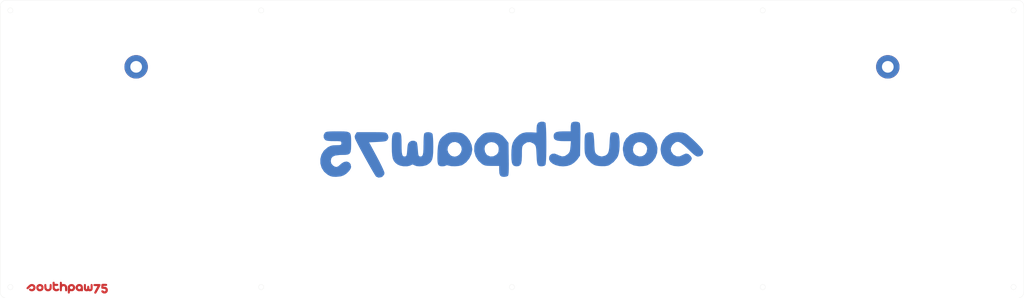
<source format=kicad_pcb>
(kicad_pcb (version 20171130) (host pcbnew 5.1.10-88a1d61d58~88~ubuntu21.04.1)

  (general
    (thickness 1.6)
    (drawings 22)
    (tracks 0)
    (zones 0)
    (modules 6)
    (nets 1)
  )

  (page A3)
  (layers
    (0 F.Cu signal)
    (31 B.Cu signal)
    (32 B.Adhes user)
    (33 F.Adhes user)
    (34 B.Paste user)
    (35 F.Paste user)
    (36 B.SilkS user)
    (37 F.SilkS user)
    (38 B.Mask user)
    (39 F.Mask user)
    (40 Dwgs.User user)
    (41 Cmts.User user)
    (42 Eco1.User user)
    (43 Eco2.User user)
    (44 Edge.Cuts user)
    (45 Margin user)
    (46 B.CrtYd user)
    (47 F.CrtYd user)
    (48 B.Fab user)
    (49 F.Fab user)
  )

  (setup
    (last_trace_width 0.25)
    (trace_clearance 0.2)
    (zone_clearance 0.508)
    (zone_45_only no)
    (trace_min 0.2)
    (via_size 0.8)
    (via_drill 0.4)
    (via_min_size 0.4)
    (via_min_drill 0.3)
    (uvia_size 0.3)
    (uvia_drill 0.1)
    (uvias_allowed no)
    (uvia_min_size 0.2)
    (uvia_min_drill 0.1)
    (edge_width 0.05)
    (segment_width 0.2)
    (pcb_text_width 0.3)
    (pcb_text_size 1.5 1.5)
    (mod_edge_width 0.12)
    (mod_text_size 1 1)
    (mod_text_width 0.15)
    (pad_size 1.524 1.524)
    (pad_drill 0.762)
    (pad_to_mask_clearance 0.05)
    (aux_axis_origin 0 0)
    (visible_elements FFFFFF7F)
    (pcbplotparams
      (layerselection 0x010fc_ffffffff)
      (usegerberextensions false)
      (usegerberattributes true)
      (usegerberadvancedattributes false)
      (creategerberjobfile false)
      (excludeedgelayer false)
      (linewidth 0.150000)
      (plotframeref false)
      (viasonmask false)
      (mode 1)
      (useauxorigin true)
      (hpglpennumber 1)
      (hpglpenspeed 20)
      (hpglpendiameter 15.000000)
      (psnegative false)
      (psa4output false)
      (plotreference true)
      (plotvalue true)
      (plotinvisibletext false)
      (padsonsilk false)
      (subtractmaskfromsilk false)
      (outputformat 1)
      (mirror false)
      (drillshape 0)
      (scaleselection 1)
      (outputdirectory "Gerber/"))
  )

  (net 0 "")

  (net_class Default "This is the default net class."
    (clearance 0.2)
    (trace_width 0.25)
    (via_dia 0.8)
    (via_drill 0.4)
    (uvia_dia 0.3)
    (uvia_drill 0.1)
  )

  (module MountingHole:MountingHole_4.3mm_M4_Pad (layer F.Cu) (tedit 5D2BFD4F) (tstamp 60B9522A)
    (at 349.13825 115.1655)
    (descr "Mounting Hole 4.3mm, M4")
    (tags "mounting hole 4.3mm m4")
    (attr virtual)
    (fp_text reference REF** (at 0 -5.3) (layer Cmts.User)
      (effects (font (size 1 1) (thickness 0.15)))
    )
    (fp_text value MountingHole_4.3mm_M4_Pad (at 0 5.3) (layer F.Fab)
      (effects (font (size 1 1) (thickness 0.15)))
    )
    (fp_text user %R (at 0.3 0) (layer F.Fab)
      (effects (font (size 1 1) (thickness 0.15)))
    )
    (fp_circle (center 0 0) (end 4.55 0) (layer F.CrtYd) (width 0.05))
    (fp_circle (center 0 0) (end 4.3 0) (layer Cmts.User) (width 0.15))
    (pad 1 thru_hole circle (at 0 0) (size 8.6 8.6) (drill 4.3) (layers *.Cu *.Mask))
  )

  (module MountingHole:MountingHole_4.3mm_M4_Pad (layer F.Cu) (tedit 5D2BFD4F) (tstamp 60B9516C)
    (at 72.93825 115.1655)
    (descr "Mounting Hole 4.3mm, M4")
    (tags "mounting hole 4.3mm m4")
    (attr virtual)
    (fp_text reference REF** (at 0 -5.3) (layer Cmts.User)
      (effects (font (size 1 1) (thickness 0.15)))
    )
    (fp_text value MountingHole_4.3mm_M4_Pad (at 0 5.3) (layer F.Fab)
      (effects (font (size 1 1) (thickness 0.15)))
    )
    (fp_circle (center 0 0) (end 4.3 0) (layer Cmts.User) (width 0.15))
    (fp_circle (center 0 0) (end 4.55 0) (layer F.CrtYd) (width 0.05))
    (fp_text user %R (at 0.3 0) (layer F.Fab)
      (effects (font (size 1 1) (thickness 0.15)))
    )
    (pad 1 thru_hole circle (at 0 0) (size 8.6 8.6) (drill 4.3) (layers *.Cu *.Mask))
  )

  (module Logos:southpaw75smallcopy (layer F.Cu) (tedit 0) (tstamp 5F1C26D2)
    (at 47.567 196.298)
    (fp_text reference G*** (at 0 0) (layer F.SilkS) hide
      (effects (font (size 1.524 1.524) (thickness 0.3)))
    )
    (fp_text value LOGO (at 0.75 0) (layer F.SilkS) hide
      (effects (font (size 1.524 1.524) (thickness 0.3)))
    )
    (fp_poly (pts (xy 12.228876 -1.175838) (xy 12.29661 -1.019696) (xy 12.27407 -0.852157) (xy 12.267208 -0.831793)
      (xy 12.211696 -0.704997) (xy 12.10685 -0.494265) (xy 11.962971 -0.218177) (xy 11.79036 0.104687)
      (xy 11.599319 0.455745) (xy 11.400147 0.816417) (xy 11.203147 1.168122) (xy 11.018619 1.49228)
      (xy 10.856864 1.770309) (xy 10.728182 1.983628) (xy 10.642876 2.113658) (xy 10.617946 2.143125)
      (xy 10.428308 2.217171) (xy 10.213803 2.181046) (xy 10.110629 2.123649) (xy 9.991677 1.96985)
      (xy 9.970021 1.853774) (xy 9.999656 1.746108) (xy 10.081991 1.547585) (xy 10.207679 1.278162)
      (xy 10.367376 0.957793) (xy 10.551735 0.606435) (xy 10.570554 0.5715) (xy 11.170566 -0.53975)
      (xy 10.501199 -0.5715) (xy 10.19202 -0.589375) (xy 9.984753 -0.611457) (xy 9.854314 -0.642865)
      (xy 9.775619 -0.688722) (xy 9.741916 -0.726512) (xy 9.659111 -0.912002) (xy 9.694863 -1.098713)
      (xy 9.75085 -1.192371) (xy 9.791009 -1.242684) (xy 9.843029 -1.279356) (xy 9.925786 -1.304542)
      (xy 10.058154 -1.320395) (xy 10.25901 -1.32907) (xy 10.547229 -1.332719) (xy 10.941686 -1.333498)
      (xy 10.987636 -1.3335) (xy 12.125572 -1.3335) (xy 12.228876 -1.175838)) (layer F.Cu) (width 0.01))
    (fp_poly (pts (xy 1.95101 -1.302242) (xy 2.127643 -1.264781) (xy 2.270392 -1.194593) (xy 2.392464 -1.104357)
      (xy 2.708872 -0.787813) (xy 2.900844 -0.447783) (xy 2.952999 -0.252522) (xy 2.961421 0.157582)
      (xy 2.854783 0.547229) (xy 2.643922 0.890675) (xy 2.364451 1.145593) (xy 2.2359 1.223025)
      (xy 2.103284 1.269912) (xy 1.929564 1.293592) (xy 1.6777 1.301403) (xy 1.576277 1.30175)
      (xy 1.016 1.30175) (xy 1.016 1.607549) (xy 0.998461 1.880572) (xy 0.936819 2.050216)
      (xy 0.81753 2.13637) (xy 0.640541 2.159) (xy 0.462404 2.136784) (xy 0.335359 2.081992)
      (xy 0.321455 2.068516) (xy 0.293221 1.987927) (xy 0.274071 1.81891) (xy 0.263593 1.551617)
      (xy 0.261378 1.176197) (xy 0.266055 0.741047) (xy 0.277853 0) (xy 1.050636 0)
      (xy 1.071781 0.203726) (xy 1.152801 0.347566) (xy 1.227359 0.419489) (xy 1.459264 0.549367)
      (xy 1.701937 0.567177) (xy 1.924951 0.473546) (xy 2.003282 0.403477) (xy 2.117135 0.207903)
      (xy 2.159073 -0.024273) (xy 2.123704 -0.240362) (xy 2.077605 -0.323003) (xy 1.874715 -0.496131)
      (xy 1.633632 -0.562653) (xy 1.387033 -0.518861) (xy 1.227359 -0.41949) (xy 1.104774 -0.282043)
      (xy 1.055784 -0.117274) (xy 1.050636 0) (xy 0.277853 0) (xy 0.28575 -0.495938)
      (xy 0.485674 -0.771708) (xy 0.748045 -1.05877) (xy 1.049998 -1.237489) (xy 1.413037 -1.317647)
      (xy 1.693964 -1.321437) (xy 1.95101 -1.302242)) (layer F.Cu) (width 0.01))
    (fp_poly (pts (xy 13.663533 -1.397) (xy 14.016497 -1.39509) (xy 14.264702 -1.387575) (xy 14.430354 -1.371777)
      (xy 14.535662 -1.345021) (xy 14.602831 -1.304629) (xy 14.626908 -1.280875) (xy 14.718185 -1.100117)
      (xy 14.713064 -0.901544) (xy 14.615874 -0.740092) (xy 14.525467 -0.686551) (xy 14.380991 -0.653879)
      (xy 14.156105 -0.638114) (xy 13.917374 -0.635001) (xy 13.643753 -0.633795) (xy 13.472921 -0.625779)
      (xy 13.380668 -0.604353) (xy 13.342783 -0.562916) (xy 13.335057 -0.494871) (xy 13.335 -0.47625)
      (xy 13.342545 -0.38991) (xy 13.384594 -0.342377) (xy 13.490267 -0.322104) (xy 13.688684 -0.317544)
      (xy 13.735317 -0.3175) (xy 13.993875 -0.305653) (xy 14.188362 -0.25919) (xy 14.380391 -0.161728)
      (xy 14.424666 -0.134202) (xy 14.703105 0.110763) (xy 14.887495 0.41641) (xy 14.977835 0.758078)
      (xy 14.974126 1.111105) (xy 14.876368 1.450828) (xy 14.68456 1.752585) (xy 14.424666 1.975701)
      (xy 14.220728 2.087684) (xy 14.027868 2.142086) (xy 13.781155 2.156309) (xy 13.751192 2.156193)
      (xy 13.378262 2.117237) (xy 13.136311 2.031619) (xy 12.916808 1.882379) (xy 12.731163 1.696612)
      (xy 12.607784 1.507458) (xy 12.573 1.374507) (xy 12.620423 1.153071) (xy 12.746368 1.011846)
      (xy 12.926349 0.956756) (xy 13.135881 0.993727) (xy 13.350476 1.128685) (xy 13.3985 1.17475)
      (xy 13.579709 1.333841) (xy 13.731125 1.387316) (xy 13.885391 1.340152) (xy 13.993186 1.265391)
      (xy 14.126935 1.105362) (xy 14.1605 0.920749) (xy 14.125295 0.718516) (xy 14.011492 0.577062)
      (xy 13.806812 0.489555) (xy 13.498974 0.449163) (xy 13.304528 0.444499) (xy 13.021019 0.439538)
      (xy 12.822187 0.411913) (xy 12.693027 0.342511) (xy 12.618534 0.212221) (xy 12.583704 0.001929)
      (xy 12.573531 -0.307476) (xy 12.573 -0.487284) (xy 12.574364 -0.817083) (xy 12.590238 -1.055703)
      (xy 12.638292 -1.217886) (xy 12.736197 -1.318372) (xy 12.901625 -1.371901) (xy 13.152245 -1.393216)
      (xy 13.50573 -1.397057) (xy 13.663533 -1.397)) (layer F.Cu) (width 0.01))
    (fp_poly (pts (xy -12.654355 -1.308526) (xy -12.378745 -1.234231) (xy -12.332346 -1.21268) (xy -12.007316 -0.982877)
      (xy -11.77522 -0.688858) (xy -11.63611 -0.352196) (xy -11.59004 0.005537) (xy -11.637064 0.36277)
      (xy -11.777235 0.69793) (xy -12.010607 0.989445) (xy -12.326334 1.210241) (xy -12.631532 1.308775)
      (xy -12.985583 1.336417) (xy -13.335769 1.294048) (xy -13.618852 1.188625) (xy -13.798274 1.061085)
      (xy -13.939245 0.916521) (xy -13.966798 0.875079) (xy -14.024346 0.748606) (xy -14.011268 0.649518)
      (xy -13.930576 0.526785) (xy -13.75484 0.368382) (xy -13.558408 0.335173) (xy -13.344611 0.427643)
      (xy -13.328926 0.43895) (xy -13.080526 0.557213) (xy -12.834305 0.550407) (xy -12.603819 0.419478)
      (xy -12.568116 0.385884) (xy -12.413773 0.163592) (xy -12.385889 -0.063603) (xy -12.484464 -0.288896)
      (xy -12.568116 -0.385885) (xy -12.721336 -0.516544) (xy -12.866576 -0.578591) (xy -13.021353 -0.566278)
      (xy -13.203186 -0.473859) (xy -13.429594 -0.295587) (xy -13.718093 -0.025715) (xy -13.744375 0)
      (xy -13.998891 0.244632) (xy -14.186062 0.410137) (xy -14.324943 0.510466) (xy -14.434593 0.559571)
      (xy -14.525036 0.5715) (xy -14.743722 0.521901) (xy -14.881384 0.383294) (xy -14.9225 0.200585)
      (xy -14.900016 0.102869) (xy -14.824278 -0.022977) (xy -14.682861 -0.192839) (xy -14.463339 -0.422605)
      (xy -14.335125 -0.550404) (xy -14.094905 -0.779906) (xy -13.86752 -0.983685) (xy -13.677682 -1.140445)
      (xy -13.550102 -1.228886) (xy -13.544529 -1.231775) (xy -13.291442 -1.308152) (xy -12.976652 -1.333452)
      (xy -12.654355 -1.308526)) (layer F.Cu) (width 0.01))
    (fp_poly (pts (xy -9.580219 -1.277575) (xy -9.276668 -1.157924) (xy -9.199237 -1.109329) (xy -8.905247 -0.837927)
      (xy -8.723055 -0.512495) (xy -8.648412 -0.123879) (xy -8.648914 0.076638) (xy -8.724727 0.498614)
      (xy -8.897895 0.842652) (xy -9.160237 1.100988) (xy -9.503568 1.265853) (xy -9.919708 1.329484)
      (xy -9.9695 1.329969) (xy -10.219433 1.31615) (xy -10.445963 1.281788) (xy -10.57275 1.244569)
      (xy -10.74772 1.140728) (xy -10.924416 0.997465) (xy -10.943772 0.9785) (xy -11.187633 0.651577)
      (xy -11.320266 0.291326) (xy -11.340087 -0.003015) (xy -10.541 -0.003015) (xy -10.487971 0.249758)
      (xy -10.347689 0.436845) (xy -10.14836 0.545453) (xy -9.918192 0.56279) (xy -9.685394 0.476065)
      (xy -9.60936 0.419489) (xy -9.486775 0.282042) (xy -9.437785 0.117273) (xy -9.432637 0)
      (xy -9.484218 -0.257643) (xy -9.621445 -0.443548) (xy -9.818039 -0.545998) (xy -10.047726 -0.553276)
      (xy -10.284228 -0.453666) (xy -10.345628 -0.407106) (xy -10.484581 -0.257899) (xy -10.537133 -0.091123)
      (xy -10.541 -0.003015) (xy -11.340087 -0.003015) (xy -11.345376 -0.081548) (xy -11.266667 -0.446339)
      (xy -11.087844 -0.782344) (xy -10.812611 -1.068858) (xy -10.547226 -1.237762) (xy -10.262814 -1.322003)
      (xy -9.924706 -1.333771) (xy -9.580219 -1.277575)) (layer F.Cu) (width 0.01))
    (fp_poly (pts (xy -7.765765 -1.301528) (xy -7.698176 -1.254125) (xy -7.669091 -1.160475) (xy -7.641476 -0.970401)
      (xy -7.619017 -0.714461) (xy -7.608164 -0.508) (xy -7.585988 -0.141132) (xy -7.547081 0.121321)
      (xy -7.483673 0.301624) (xy -7.387998 0.422045) (xy -7.25531 0.503481) (xy -6.992492 0.567625)
      (xy -6.751963 0.507335) (xy -6.623539 0.418353) (xy -6.546148 0.34569) (xy -6.493777 0.268253)
      (xy -6.460012 0.159373) (xy -6.438443 -0.007622) (xy -6.422656 -0.259404) (xy -6.413623 -0.454772)
      (xy -6.396519 -0.750007) (xy -6.374436 -1.001596) (xy -6.350405 -1.180463) (xy -6.330378 -1.254126)
      (xy -6.226041 -1.31503) (xy -6.058382 -1.330674) (xy -5.881987 -1.30298) (xy -5.751445 -1.233873)
      (xy -5.751286 -1.233715) (xy -5.706396 -1.16263) (xy -5.676655 -1.041306) (xy -5.659462 -0.847647)
      (xy -5.652213 -0.559553) (xy -5.6515 -0.386452) (xy -5.654279 -0.052743) (xy -5.665591 0.185069)
      (xy -5.6899 0.358022) (xy -5.73167 0.497153) (xy -5.795365 0.6335) (xy -5.799251 0.640887)
      (xy -5.94652 0.852307) (xy -6.141339 1.051622) (xy -6.216002 1.110218) (xy -6.387227 1.216551)
      (xy -6.55512 1.27813) (xy -6.769757 1.30941) (xy -6.941377 1.319631) (xy -7.251485 1.319574)
      (xy -7.47109 1.284615) (xy -7.58825 1.237272) (xy -7.92475 0.994835) (xy -8.184657 0.681552)
      (xy -8.261613 0.53975) (xy -8.323046 0.341061) (xy -8.365056 0.073075) (xy -8.387568 -0.232916)
      (xy -8.390506 -0.545621) (xy -8.373795 -0.833748) (xy -8.33736 -1.066004) (xy -8.281125 -1.211099)
      (xy -8.265875 -1.228409) (xy -8.11609 -1.30562) (xy -7.930566 -1.330845) (xy -7.765765 -1.301528)) (layer F.Cu) (width 0.01))
    (fp_poly (pts (xy -4.781231 -2.141555) (xy -4.651269 -2.085754) (xy -4.648201 -2.082801) (xy -4.602907 -1.977416)
      (xy -4.575613 -1.79796) (xy -4.572 -1.701801) (xy -4.572 -1.397) (xy -4.010342 -1.397)
      (xy -3.676867 -1.384972) (xy -3.450869 -1.34287) (xy -3.314585 -1.261672) (xy -3.250247 -1.132354)
      (xy -3.2385 -1.004967) (xy -3.26534 -0.845436) (xy -3.356918 -0.736571) (xy -3.529818 -0.670621)
      (xy -3.800629 -0.639833) (xy -4.030069 -0.635) (xy -4.589388 -0.635) (xy -4.555144 -0.208397)
      (xy -4.529112 0.032592) (xy -4.487799 0.189319) (xy -4.414776 0.304517) (xy -4.323199 0.394853)
      (xy -4.113058 0.532473) (xy -3.896974 0.559984) (xy -3.648138 0.47863) (xy -3.55813 0.430334)
      (xy -3.315349 0.339473) (xy -3.106804 0.355683) (xy -2.951772 0.474503) (xy -2.895729 0.583585)
      (xy -2.881394 0.785833) (xy -2.972724 0.96691) (xy -3.149169 1.119728) (xy -3.390176 1.237197)
      (xy -3.675194 1.312228) (xy -3.983672 1.337731) (xy -4.295058 1.306618) (xy -4.588801 1.211798)
      (xy -4.641388 1.185749) (xy -4.852386 1.038753) (xy -5.051889 0.843904) (xy -5.11175 0.767756)
      (xy -5.30225 0.497512) (xy -5.321945 -0.740261) (xy -5.326767 -1.220813) (xy -5.323701 -1.584436)
      (xy -5.312337 -1.840978) (xy -5.292263 -2.000289) (xy -5.266545 -2.068517) (xy -5.147766 -2.131576)
      (xy -4.966362 -2.156376) (xy -4.781231 -2.141555)) (layer F.Cu) (width 0.01))
    (fp_poly (pts (xy -2.082076 -2.097293) (xy -2.010092 -2.042875) (xy -1.931438 -1.873206) (xy -1.905 -1.612175)
      (xy -1.905 -1.297599) (xy -1.466299 -1.322388) (xy -1.089573 -1.321107) (xy -0.795754 -1.260514)
      (xy -0.549786 -1.12835) (xy -0.32742 -0.924157) (xy -0.16342 -0.720661) (xy -0.050833 -0.508107)
      (xy 0.018809 -0.256789) (xy 0.05397 0.062996) (xy 0.063145 0.446245) (xy 0.053194 0.806787)
      (xy 0.017553 1.05866) (xy -0.051718 1.218952) (xy -0.162562 1.304748) (xy -0.322921 1.333134)
      (xy -0.34925 1.3335) (xy -0.513696 1.313211) (xy -0.629444 1.240918) (xy -0.704162 1.099477)
      (xy -0.745514 0.871747) (xy -0.761167 0.540583) (xy -0.762 0.410501) (xy -0.763728 0.117792)
      (xy -0.773241 -0.077521) (xy -0.797038 -0.205037) (xy -0.841614 -0.294354) (xy -0.913467 -0.37507)
      (xy -0.9401 -0.40087) (xy -1.166107 -0.543027) (xy -1.407111 -0.562195) (xy -1.644845 -0.45795)
      (xy -1.694962 -0.418354) (xy -1.771496 -0.34672) (xy -1.823558 -0.270607) (xy -1.857314 -0.163822)
      (xy -1.878934 -0.000172) (xy -1.894584 0.246539) (xy -1.904878 0.473101) (xy -1.923125 0.817862)
      (xy -1.94948 1.055512) (xy -1.993808 1.205928) (xy -2.065973 1.288986) (xy -2.175839 1.324563)
      (xy -2.331391 1.332527) (xy -2.520819 1.292978) (xy -2.601266 1.210674) (xy -2.623969 1.105815)
      (xy -2.642056 0.899007) (xy -2.655594 0.611574) (xy -2.664652 0.26484) (xy -2.669297 -0.119871)
      (xy -2.669596 -0.521234) (xy -2.665618 -0.917926) (xy -2.65743 -1.288622) (xy -2.645101 -1.611997)
      (xy -2.628697 -1.866728) (xy -2.608287 -2.031491) (xy -2.5908 -2.082801) (xy -2.449238 -2.147913)
      (xy -2.259514 -2.151359) (xy -2.082076 -2.097293)) (layer F.Cu) (width 0.01))
    (fp_poly (pts (xy 4.778969 -1.32426) (xy 4.959808 -1.285087) (xy 5.132808 -1.198806) (xy 5.243025 -1.127125)
      (xy 5.460052 -0.959067) (xy 5.616311 -0.778261) (xy 5.721937 -0.559639) (xy 5.787066 -0.278137)
      (xy 5.821834 0.091315) (xy 5.831316 0.327848) (xy 5.837307 0.708025) (xy 5.825873 0.979456)
      (xy 5.79049 1.159929) (xy 5.724637 1.267227) (xy 5.62179 1.319138) (xy 5.475427 1.333446)
      (xy 5.462513 1.3335) (xy 5.294623 1.319196) (xy 5.187987 1.283703) (xy 5.176749 1.272426)
      (xy 5.088442 1.244002) (xy 4.978368 1.272426) (xy 4.756117 1.319252) (xy 4.472167 1.329906)
      (xy 4.182648 1.306624) (xy 3.943687 1.251642) (xy 3.889772 1.229065) (xy 3.58946 1.017387)
      (xy 3.344851 0.722176) (xy 3.178378 0.378893) (xy 3.112476 0.022996) (xy 3.112413 0.017581)
      (xy 3.937018 0.017581) (xy 3.988849 0.225664) (xy 4.108278 0.403164) (xy 4.278242 0.528517)
      (xy 4.481676 0.580163) (xy 4.701516 0.53654) (xy 4.803119 0.478779) (xy 4.972966 0.292271)
      (xy 5.049765 0.05797) (xy 5.020048 -0.181509) (xy 5.015452 -0.19303) (xy 4.867028 -0.416588)
      (xy 4.663774 -0.544602) (xy 4.434293 -0.570445) (xy 4.207188 -0.487492) (xy 4.104409 -0.404091)
      (xy 3.96985 -0.199525) (xy 3.937018 0.017581) (xy 3.112413 0.017581) (xy 3.112208 0)
      (xy 3.166741 -0.33579) (xy 3.314731 -0.669415) (xy 3.532759 -0.964657) (xy 3.797408 -1.185299)
      (xy 3.919085 -1.247958) (xy 4.09391 -1.29406) (xy 4.335544 -1.325117) (xy 4.531034 -1.3335)
      (xy 4.778969 -1.32426)) (layer F.Cu) (width 0.01))
    (fp_poly (pts (xy 6.69047 -1.326464) (xy 6.833694 -1.267813) (xy 6.845299 -1.257301) (xy 6.883131 -1.153282)
      (xy 6.908014 -0.928457) (xy 6.920147 -0.580561) (xy 6.9215 -0.376076) (xy 6.926277 0.001781)
      (xy 6.94404 0.269015) (xy 6.979933 0.441763) (xy 7.039102 0.536162) (xy 7.126692 0.568346)
      (xy 7.220074 0.560259) (xy 7.278847 0.529831) (xy 7.318096 0.448802) (xy 7.344559 0.29214)
      (xy 7.364975 0.034818) (xy 7.366 0.018176) (xy 7.388086 -0.230876) (xy 7.418661 -0.431906)
      (xy 7.452069 -0.550351) (xy 7.46125 -0.564096) (xy 7.641886 -0.660194) (xy 7.850866 -0.657558)
      (xy 8.005014 -0.58118) (xy 8.086092 -0.499575) (xy 8.137359 -0.393032) (xy 8.168883 -0.227955)
      (xy 8.190728 0.029252) (xy 8.1915 0.041249) (xy 8.212521 0.298067) (xy 8.24 0.453356)
      (xy 8.281098 0.532587) (xy 8.337425 0.560265) (xy 8.451295 0.566038) (xy 8.53265 0.522434)
      (xy 8.586638 0.413316) (xy 8.618402 0.222548) (xy 8.633088 -0.066007) (xy 8.636 -0.376076)
      (xy 8.639239 -0.744071) (xy 8.6536 -1.003797) (xy 8.686052 -1.173914) (xy 8.743559 -1.273086)
      (xy 8.833088 -1.319974) (xy 8.961608 -1.33324) (xy 8.993414 -1.3335) (xy 9.142085 -1.323489)
      (xy 9.249374 -1.281765) (xy 9.321918 -1.190796) (xy 9.36635 -1.033048) (xy 9.389306 -0.790987)
      (xy 9.397421 -0.447081) (xy 9.398 -0.264349) (xy 9.391381 0.164779) (xy 9.36701 0.489554)
      (xy 9.318114 0.732148) (xy 9.23792 0.914733) (xy 9.119654 1.059482) (xy 8.956543 1.188565)
      (xy 8.953532 1.190625) (xy 8.744823 1.282252) (xy 8.481028 1.330387) (xy 8.211047 1.332519)
      (xy 7.983779 1.286139) (xy 7.902327 1.244594) (xy 7.787594 1.188071) (xy 7.684583 1.223076)
      (xy 7.653812 1.244594) (xy 7.480827 1.311253) (xy 7.237049 1.334544) (xy 6.970399 1.316216)
      (xy 6.7288 1.258018) (xy 6.619294 1.206843) (xy 6.4504 1.088641) (xy 6.327938 0.956537)
      (xy 6.244778 0.788545) (xy 6.193794 0.562679) (xy 6.167856 0.256952) (xy 6.159835 -0.150622)
      (xy 6.159737 -0.21055) (xy 6.164267 -0.542297) (xy 6.176857 -0.835134) (xy 6.195727 -1.061896)
      (xy 6.219098 -1.19542) (xy 6.225234 -1.210675) (xy 6.331914 -1.29381) (xy 6.505101 -1.333768)
      (xy 6.69047 -1.326464)) (layer F.Cu) (width 0.01))
  )

  (module Logos:southpaw75small (layer F.Cu) (tedit 0) (tstamp 5F0A8090)
    (at 47.567 196.298)
    (fp_text reference G*** (at 0 0) (layer F.SilkS) hide
      (effects (font (size 1.524 1.524) (thickness 0.3)))
    )
    (fp_text value LOGO (at 0.75 0) (layer F.SilkS) hide
      (effects (font (size 1.524 1.524) (thickness 0.3)))
    )
    (fp_poly (pts (xy 12.228876 -1.175838) (xy 12.29661 -1.019696) (xy 12.27407 -0.852157) (xy 12.267208 -0.831793)
      (xy 12.211696 -0.704997) (xy 12.10685 -0.494265) (xy 11.962971 -0.218177) (xy 11.79036 0.104687)
      (xy 11.599319 0.455745) (xy 11.400147 0.816417) (xy 11.203147 1.168122) (xy 11.018619 1.49228)
      (xy 10.856864 1.770309) (xy 10.728182 1.983628) (xy 10.642876 2.113658) (xy 10.617946 2.143125)
      (xy 10.428308 2.217171) (xy 10.213803 2.181046) (xy 10.110629 2.123649) (xy 9.991677 1.96985)
      (xy 9.970021 1.853774) (xy 9.999656 1.746108) (xy 10.081991 1.547585) (xy 10.207679 1.278162)
      (xy 10.367376 0.957793) (xy 10.551735 0.606435) (xy 10.570554 0.5715) (xy 11.170566 -0.53975)
      (xy 10.501199 -0.5715) (xy 10.19202 -0.589375) (xy 9.984753 -0.611457) (xy 9.854314 -0.642865)
      (xy 9.775619 -0.688722) (xy 9.741916 -0.726512) (xy 9.659111 -0.912002) (xy 9.694863 -1.098713)
      (xy 9.75085 -1.192371) (xy 9.791009 -1.242684) (xy 9.843029 -1.279356) (xy 9.925786 -1.304542)
      (xy 10.058154 -1.320395) (xy 10.25901 -1.32907) (xy 10.547229 -1.332719) (xy 10.941686 -1.333498)
      (xy 10.987636 -1.3335) (xy 12.125572 -1.3335) (xy 12.228876 -1.175838)) (layer F.Mask) (width 0.01))
    (fp_poly (pts (xy 1.95101 -1.302242) (xy 2.127643 -1.264781) (xy 2.270392 -1.194593) (xy 2.392464 -1.104357)
      (xy 2.708872 -0.787813) (xy 2.900844 -0.447783) (xy 2.952999 -0.252522) (xy 2.961421 0.157582)
      (xy 2.854783 0.547229) (xy 2.643922 0.890675) (xy 2.364451 1.145593) (xy 2.2359 1.223025)
      (xy 2.103284 1.269912) (xy 1.929564 1.293592) (xy 1.6777 1.301403) (xy 1.576277 1.30175)
      (xy 1.016 1.30175) (xy 1.016 1.607549) (xy 0.998461 1.880572) (xy 0.936819 2.050216)
      (xy 0.81753 2.13637) (xy 0.640541 2.159) (xy 0.462404 2.136784) (xy 0.335359 2.081992)
      (xy 0.321455 2.068516) (xy 0.293221 1.987927) (xy 0.274071 1.81891) (xy 0.263593 1.551617)
      (xy 0.261378 1.176197) (xy 0.266055 0.741047) (xy 0.277853 0) (xy 1.050636 0)
      (xy 1.071781 0.203726) (xy 1.152801 0.347566) (xy 1.227359 0.419489) (xy 1.459264 0.549367)
      (xy 1.701937 0.567177) (xy 1.924951 0.473546) (xy 2.003282 0.403477) (xy 2.117135 0.207903)
      (xy 2.159073 -0.024273) (xy 2.123704 -0.240362) (xy 2.077605 -0.323003) (xy 1.874715 -0.496131)
      (xy 1.633632 -0.562653) (xy 1.387033 -0.518861) (xy 1.227359 -0.41949) (xy 1.104774 -0.282043)
      (xy 1.055784 -0.117274) (xy 1.050636 0) (xy 0.277853 0) (xy 0.28575 -0.495938)
      (xy 0.485674 -0.771708) (xy 0.748045 -1.05877) (xy 1.049998 -1.237489) (xy 1.413037 -1.317647)
      (xy 1.693964 -1.321437) (xy 1.95101 -1.302242)) (layer F.Mask) (width 0.01))
    (fp_poly (pts (xy 13.663533 -1.397) (xy 14.016497 -1.39509) (xy 14.264702 -1.387575) (xy 14.430354 -1.371777)
      (xy 14.535662 -1.345021) (xy 14.602831 -1.304629) (xy 14.626908 -1.280875) (xy 14.718185 -1.100117)
      (xy 14.713064 -0.901544) (xy 14.615874 -0.740092) (xy 14.525467 -0.686551) (xy 14.380991 -0.653879)
      (xy 14.156105 -0.638114) (xy 13.917374 -0.635001) (xy 13.643753 -0.633795) (xy 13.472921 -0.625779)
      (xy 13.380668 -0.604353) (xy 13.342783 -0.562916) (xy 13.335057 -0.494871) (xy 13.335 -0.47625)
      (xy 13.342545 -0.38991) (xy 13.384594 -0.342377) (xy 13.490267 -0.322104) (xy 13.688684 -0.317544)
      (xy 13.735317 -0.3175) (xy 13.993875 -0.305653) (xy 14.188362 -0.25919) (xy 14.380391 -0.161728)
      (xy 14.424666 -0.134202) (xy 14.703105 0.110763) (xy 14.887495 0.41641) (xy 14.977835 0.758078)
      (xy 14.974126 1.111105) (xy 14.876368 1.450828) (xy 14.68456 1.752585) (xy 14.424666 1.975701)
      (xy 14.220728 2.087684) (xy 14.027868 2.142086) (xy 13.781155 2.156309) (xy 13.751192 2.156193)
      (xy 13.378262 2.117237) (xy 13.136311 2.031619) (xy 12.916808 1.882379) (xy 12.731163 1.696612)
      (xy 12.607784 1.507458) (xy 12.573 1.374507) (xy 12.620423 1.153071) (xy 12.746368 1.011846)
      (xy 12.926349 0.956756) (xy 13.135881 0.993727) (xy 13.350476 1.128685) (xy 13.3985 1.17475)
      (xy 13.579709 1.333841) (xy 13.731125 1.387316) (xy 13.885391 1.340152) (xy 13.993186 1.265391)
      (xy 14.126935 1.105362) (xy 14.1605 0.920749) (xy 14.125295 0.718516) (xy 14.011492 0.577062)
      (xy 13.806812 0.489555) (xy 13.498974 0.449163) (xy 13.304528 0.444499) (xy 13.021019 0.439538)
      (xy 12.822187 0.411913) (xy 12.693027 0.342511) (xy 12.618534 0.212221) (xy 12.583704 0.001929)
      (xy 12.573531 -0.307476) (xy 12.573 -0.487284) (xy 12.574364 -0.817083) (xy 12.590238 -1.055703)
      (xy 12.638292 -1.217886) (xy 12.736197 -1.318372) (xy 12.901625 -1.371901) (xy 13.152245 -1.393216)
      (xy 13.50573 -1.397057) (xy 13.663533 -1.397)) (layer F.Mask) (width 0.01))
    (fp_poly (pts (xy -12.654355 -1.308526) (xy -12.378745 -1.234231) (xy -12.332346 -1.21268) (xy -12.007316 -0.982877)
      (xy -11.77522 -0.688858) (xy -11.63611 -0.352196) (xy -11.59004 0.005537) (xy -11.637064 0.36277)
      (xy -11.777235 0.69793) (xy -12.010607 0.989445) (xy -12.326334 1.210241) (xy -12.631532 1.308775)
      (xy -12.985583 1.336417) (xy -13.335769 1.294048) (xy -13.618852 1.188625) (xy -13.798274 1.061085)
      (xy -13.939245 0.916521) (xy -13.966798 0.875079) (xy -14.024346 0.748606) (xy -14.011268 0.649518)
      (xy -13.930576 0.526785) (xy -13.75484 0.368382) (xy -13.558408 0.335173) (xy -13.344611 0.427643)
      (xy -13.328926 0.43895) (xy -13.080526 0.557213) (xy -12.834305 0.550407) (xy -12.603819 0.419478)
      (xy -12.568116 0.385884) (xy -12.413773 0.163592) (xy -12.385889 -0.063603) (xy -12.484464 -0.288896)
      (xy -12.568116 -0.385885) (xy -12.721336 -0.516544) (xy -12.866576 -0.578591) (xy -13.021353 -0.566278)
      (xy -13.203186 -0.473859) (xy -13.429594 -0.295587) (xy -13.718093 -0.025715) (xy -13.744375 0)
      (xy -13.998891 0.244632) (xy -14.186062 0.410137) (xy -14.324943 0.510466) (xy -14.434593 0.559571)
      (xy -14.525036 0.5715) (xy -14.743722 0.521901) (xy -14.881384 0.383294) (xy -14.9225 0.200585)
      (xy -14.900016 0.102869) (xy -14.824278 -0.022977) (xy -14.682861 -0.192839) (xy -14.463339 -0.422605)
      (xy -14.335125 -0.550404) (xy -14.094905 -0.779906) (xy -13.86752 -0.983685) (xy -13.677682 -1.140445)
      (xy -13.550102 -1.228886) (xy -13.544529 -1.231775) (xy -13.291442 -1.308152) (xy -12.976652 -1.333452)
      (xy -12.654355 -1.308526)) (layer F.Mask) (width 0.01))
    (fp_poly (pts (xy -9.580219 -1.277575) (xy -9.276668 -1.157924) (xy -9.199237 -1.109329) (xy -8.905247 -0.837927)
      (xy -8.723055 -0.512495) (xy -8.648412 -0.123879) (xy -8.648914 0.076638) (xy -8.724727 0.498614)
      (xy -8.897895 0.842652) (xy -9.160237 1.100988) (xy -9.503568 1.265853) (xy -9.919708 1.329484)
      (xy -9.9695 1.329969) (xy -10.219433 1.31615) (xy -10.445963 1.281788) (xy -10.57275 1.244569)
      (xy -10.74772 1.140728) (xy -10.924416 0.997465) (xy -10.943772 0.9785) (xy -11.187633 0.651577)
      (xy -11.320266 0.291326) (xy -11.340087 -0.003015) (xy -10.541 -0.003015) (xy -10.487971 0.249758)
      (xy -10.347689 0.436845) (xy -10.14836 0.545453) (xy -9.918192 0.56279) (xy -9.685394 0.476065)
      (xy -9.60936 0.419489) (xy -9.486775 0.282042) (xy -9.437785 0.117273) (xy -9.432637 0)
      (xy -9.484218 -0.257643) (xy -9.621445 -0.443548) (xy -9.818039 -0.545998) (xy -10.047726 -0.553276)
      (xy -10.284228 -0.453666) (xy -10.345628 -0.407106) (xy -10.484581 -0.257899) (xy -10.537133 -0.091123)
      (xy -10.541 -0.003015) (xy -11.340087 -0.003015) (xy -11.345376 -0.081548) (xy -11.266667 -0.446339)
      (xy -11.087844 -0.782344) (xy -10.812611 -1.068858) (xy -10.547226 -1.237762) (xy -10.262814 -1.322003)
      (xy -9.924706 -1.333771) (xy -9.580219 -1.277575)) (layer F.Mask) (width 0.01))
    (fp_poly (pts (xy -7.765765 -1.301528) (xy -7.698176 -1.254125) (xy -7.669091 -1.160475) (xy -7.641476 -0.970401)
      (xy -7.619017 -0.714461) (xy -7.608164 -0.508) (xy -7.585988 -0.141132) (xy -7.547081 0.121321)
      (xy -7.483673 0.301624) (xy -7.387998 0.422045) (xy -7.25531 0.503481) (xy -6.992492 0.567625)
      (xy -6.751963 0.507335) (xy -6.623539 0.418353) (xy -6.546148 0.34569) (xy -6.493777 0.268253)
      (xy -6.460012 0.159373) (xy -6.438443 -0.007622) (xy -6.422656 -0.259404) (xy -6.413623 -0.454772)
      (xy -6.396519 -0.750007) (xy -6.374436 -1.001596) (xy -6.350405 -1.180463) (xy -6.330378 -1.254126)
      (xy -6.226041 -1.31503) (xy -6.058382 -1.330674) (xy -5.881987 -1.30298) (xy -5.751445 -1.233873)
      (xy -5.751286 -1.233715) (xy -5.706396 -1.16263) (xy -5.676655 -1.041306) (xy -5.659462 -0.847647)
      (xy -5.652213 -0.559553) (xy -5.6515 -0.386452) (xy -5.654279 -0.052743) (xy -5.665591 0.185069)
      (xy -5.6899 0.358022) (xy -5.73167 0.497153) (xy -5.795365 0.6335) (xy -5.799251 0.640887)
      (xy -5.94652 0.852307) (xy -6.141339 1.051622) (xy -6.216002 1.110218) (xy -6.387227 1.216551)
      (xy -6.55512 1.27813) (xy -6.769757 1.30941) (xy -6.941377 1.319631) (xy -7.251485 1.319574)
      (xy -7.47109 1.284615) (xy -7.58825 1.237272) (xy -7.92475 0.994835) (xy -8.184657 0.681552)
      (xy -8.261613 0.53975) (xy -8.323046 0.341061) (xy -8.365056 0.073075) (xy -8.387568 -0.232916)
      (xy -8.390506 -0.545621) (xy -8.373795 -0.833748) (xy -8.33736 -1.066004) (xy -8.281125 -1.211099)
      (xy -8.265875 -1.228409) (xy -8.11609 -1.30562) (xy -7.930566 -1.330845) (xy -7.765765 -1.301528)) (layer F.Mask) (width 0.01))
    (fp_poly (pts (xy -4.781231 -2.141555) (xy -4.651269 -2.085754) (xy -4.648201 -2.082801) (xy -4.602907 -1.977416)
      (xy -4.575613 -1.79796) (xy -4.572 -1.701801) (xy -4.572 -1.397) (xy -4.010342 -1.397)
      (xy -3.676867 -1.384972) (xy -3.450869 -1.34287) (xy -3.314585 -1.261672) (xy -3.250247 -1.132354)
      (xy -3.2385 -1.004967) (xy -3.26534 -0.845436) (xy -3.356918 -0.736571) (xy -3.529818 -0.670621)
      (xy -3.800629 -0.639833) (xy -4.030069 -0.635) (xy -4.589388 -0.635) (xy -4.555144 -0.208397)
      (xy -4.529112 0.032592) (xy -4.487799 0.189319) (xy -4.414776 0.304517) (xy -4.323199 0.394853)
      (xy -4.113058 0.532473) (xy -3.896974 0.559984) (xy -3.648138 0.47863) (xy -3.55813 0.430334)
      (xy -3.315349 0.339473) (xy -3.106804 0.355683) (xy -2.951772 0.474503) (xy -2.895729 0.583585)
      (xy -2.881394 0.785833) (xy -2.972724 0.96691) (xy -3.149169 1.119728) (xy -3.390176 1.237197)
      (xy -3.675194 1.312228) (xy -3.983672 1.337731) (xy -4.295058 1.306618) (xy -4.588801 1.211798)
      (xy -4.641388 1.185749) (xy -4.852386 1.038753) (xy -5.051889 0.843904) (xy -5.11175 0.767756)
      (xy -5.30225 0.497512) (xy -5.321945 -0.740261) (xy -5.326767 -1.220813) (xy -5.323701 -1.584436)
      (xy -5.312337 -1.840978) (xy -5.292263 -2.000289) (xy -5.266545 -2.068517) (xy -5.147766 -2.131576)
      (xy -4.966362 -2.156376) (xy -4.781231 -2.141555)) (layer F.Mask) (width 0.01))
    (fp_poly (pts (xy -2.082076 -2.097293) (xy -2.010092 -2.042875) (xy -1.931438 -1.873206) (xy -1.905 -1.612175)
      (xy -1.905 -1.297599) (xy -1.466299 -1.322388) (xy -1.089573 -1.321107) (xy -0.795754 -1.260514)
      (xy -0.549786 -1.12835) (xy -0.32742 -0.924157) (xy -0.16342 -0.720661) (xy -0.050833 -0.508107)
      (xy 0.018809 -0.256789) (xy 0.05397 0.062996) (xy 0.063145 0.446245) (xy 0.053194 0.806787)
      (xy 0.017553 1.05866) (xy -0.051718 1.218952) (xy -0.162562 1.304748) (xy -0.322921 1.333134)
      (xy -0.34925 1.3335) (xy -0.513696 1.313211) (xy -0.629444 1.240918) (xy -0.704162 1.099477)
      (xy -0.745514 0.871747) (xy -0.761167 0.540583) (xy -0.762 0.410501) (xy -0.763728 0.117792)
      (xy -0.773241 -0.077521) (xy -0.797038 -0.205037) (xy -0.841614 -0.294354) (xy -0.913467 -0.37507)
      (xy -0.9401 -0.40087) (xy -1.166107 -0.543027) (xy -1.407111 -0.562195) (xy -1.644845 -0.45795)
      (xy -1.694962 -0.418354) (xy -1.771496 -0.34672) (xy -1.823558 -0.270607) (xy -1.857314 -0.163822)
      (xy -1.878934 -0.000172) (xy -1.894584 0.246539) (xy -1.904878 0.473101) (xy -1.923125 0.817862)
      (xy -1.94948 1.055512) (xy -1.993808 1.205928) (xy -2.065973 1.288986) (xy -2.175839 1.324563)
      (xy -2.331391 1.332527) (xy -2.520819 1.292978) (xy -2.601266 1.210674) (xy -2.623969 1.105815)
      (xy -2.642056 0.899007) (xy -2.655594 0.611574) (xy -2.664652 0.26484) (xy -2.669297 -0.119871)
      (xy -2.669596 -0.521234) (xy -2.665618 -0.917926) (xy -2.65743 -1.288622) (xy -2.645101 -1.611997)
      (xy -2.628697 -1.866728) (xy -2.608287 -2.031491) (xy -2.5908 -2.082801) (xy -2.449238 -2.147913)
      (xy -2.259514 -2.151359) (xy -2.082076 -2.097293)) (layer F.Mask) (width 0.01))
    (fp_poly (pts (xy 4.778969 -1.32426) (xy 4.959808 -1.285087) (xy 5.132808 -1.198806) (xy 5.243025 -1.127125)
      (xy 5.460052 -0.959067) (xy 5.616311 -0.778261) (xy 5.721937 -0.559639) (xy 5.787066 -0.278137)
      (xy 5.821834 0.091315) (xy 5.831316 0.327848) (xy 5.837307 0.708025) (xy 5.825873 0.979456)
      (xy 5.79049 1.159929) (xy 5.724637 1.267227) (xy 5.62179 1.319138) (xy 5.475427 1.333446)
      (xy 5.462513 1.3335) (xy 5.294623 1.319196) (xy 5.187987 1.283703) (xy 5.176749 1.272426)
      (xy 5.088442 1.244002) (xy 4.978368 1.272426) (xy 4.756117 1.319252) (xy 4.472167 1.329906)
      (xy 4.182648 1.306624) (xy 3.943687 1.251642) (xy 3.889772 1.229065) (xy 3.58946 1.017387)
      (xy 3.344851 0.722176) (xy 3.178378 0.378893) (xy 3.112476 0.022996) (xy 3.112413 0.017581)
      (xy 3.937018 0.017581) (xy 3.988849 0.225664) (xy 4.108278 0.403164) (xy 4.278242 0.528517)
      (xy 4.481676 0.580163) (xy 4.701516 0.53654) (xy 4.803119 0.478779) (xy 4.972966 0.292271)
      (xy 5.049765 0.05797) (xy 5.020048 -0.181509) (xy 5.015452 -0.19303) (xy 4.867028 -0.416588)
      (xy 4.663774 -0.544602) (xy 4.434293 -0.570445) (xy 4.207188 -0.487492) (xy 4.104409 -0.404091)
      (xy 3.96985 -0.199525) (xy 3.937018 0.017581) (xy 3.112413 0.017581) (xy 3.112208 0)
      (xy 3.166741 -0.33579) (xy 3.314731 -0.669415) (xy 3.532759 -0.964657) (xy 3.797408 -1.185299)
      (xy 3.919085 -1.247958) (xy 4.09391 -1.29406) (xy 4.335544 -1.325117) (xy 4.531034 -1.3335)
      (xy 4.778969 -1.32426)) (layer F.Mask) (width 0.01))
    (fp_poly (pts (xy 6.69047 -1.326464) (xy 6.833694 -1.267813) (xy 6.845299 -1.257301) (xy 6.883131 -1.153282)
      (xy 6.908014 -0.928457) (xy 6.920147 -0.580561) (xy 6.9215 -0.376076) (xy 6.926277 0.001781)
      (xy 6.94404 0.269015) (xy 6.979933 0.441763) (xy 7.039102 0.536162) (xy 7.126692 0.568346)
      (xy 7.220074 0.560259) (xy 7.278847 0.529831) (xy 7.318096 0.448802) (xy 7.344559 0.29214)
      (xy 7.364975 0.034818) (xy 7.366 0.018176) (xy 7.388086 -0.230876) (xy 7.418661 -0.431906)
      (xy 7.452069 -0.550351) (xy 7.46125 -0.564096) (xy 7.641886 -0.660194) (xy 7.850866 -0.657558)
      (xy 8.005014 -0.58118) (xy 8.086092 -0.499575) (xy 8.137359 -0.393032) (xy 8.168883 -0.227955)
      (xy 8.190728 0.029252) (xy 8.1915 0.041249) (xy 8.212521 0.298067) (xy 8.24 0.453356)
      (xy 8.281098 0.532587) (xy 8.337425 0.560265) (xy 8.451295 0.566038) (xy 8.53265 0.522434)
      (xy 8.586638 0.413316) (xy 8.618402 0.222548) (xy 8.633088 -0.066007) (xy 8.636 -0.376076)
      (xy 8.639239 -0.744071) (xy 8.6536 -1.003797) (xy 8.686052 -1.173914) (xy 8.743559 -1.273086)
      (xy 8.833088 -1.319974) (xy 8.961608 -1.33324) (xy 8.993414 -1.3335) (xy 9.142085 -1.323489)
      (xy 9.249374 -1.281765) (xy 9.321918 -1.190796) (xy 9.36635 -1.033048) (xy 9.389306 -0.790987)
      (xy 9.397421 -0.447081) (xy 9.398 -0.264349) (xy 9.391381 0.164779) (xy 9.36701 0.489554)
      (xy 9.318114 0.732148) (xy 9.23792 0.914733) (xy 9.119654 1.059482) (xy 8.956543 1.188565)
      (xy 8.953532 1.190625) (xy 8.744823 1.282252) (xy 8.481028 1.330387) (xy 8.211047 1.332519)
      (xy 7.983779 1.286139) (xy 7.902327 1.244594) (xy 7.787594 1.188071) (xy 7.684583 1.223076)
      (xy 7.653812 1.244594) (xy 7.480827 1.311253) (xy 7.237049 1.334544) (xy 6.970399 1.316216)
      (xy 6.7288 1.258018) (xy 6.619294 1.206843) (xy 6.4504 1.088641) (xy 6.327938 0.956537)
      (xy 6.244778 0.788545) (xy 6.193794 0.562679) (xy 6.167856 0.256952) (xy 6.159835 -0.150622)
      (xy 6.159737 -0.21055) (xy 6.164267 -0.542297) (xy 6.176857 -0.835134) (xy 6.195727 -1.061896)
      (xy 6.219098 -1.19542) (xy 6.225234 -1.210675) (xy 6.331914 -1.29381) (xy 6.505101 -1.333768)
      (xy 6.69047 -1.326464)) (layer F.Mask) (width 0.01))
  )

  (module Logos:southpaw75copy (layer B.Cu) (tedit 0) (tstamp 5F0890F0)
    (at 211.10575 145.44675 180)
    (fp_text reference G*** (at 0 0) (layer B.SilkS) hide
      (effects (font (size 1.524 1.524) (thickness 0.3)) (justify mirror))
    )
    (fp_text value LOGO (at 0.75 0) (layer B.SilkS) hide
      (effects (font (size 1.524 1.524) (thickness 0.3)) (justify mirror))
    )
    (fp_poly (pts (xy 57.547656 5.533351) (xy 57.866404 4.798569) (xy 57.760334 4.01015) (xy 57.728041 3.914319)
      (xy 57.466806 3.317633) (xy 56.973413 2.325952) (xy 56.296336 1.026712) (xy 55.48405 -0.492646)
      (xy 54.585032 -2.144685) (xy 53.647754 -3.841965) (xy 52.720694 -5.497048) (xy 51.852326 -7.022494)
      (xy 51.091125 -8.330866) (xy 50.485566 -9.334723) (xy 50.084125 -9.946628) (xy 49.966806 -10.085294)
      (xy 49.074393 -10.433746) (xy 48.064957 -10.263747) (xy 47.579431 -9.993643) (xy 47.019659 -9.269883)
      (xy 46.917749 -8.723643) (xy 47.057206 -8.216979) (xy 47.444664 -7.282756) (xy 48.03614 -6.014881)
      (xy 48.787655 -4.507265) (xy 49.655227 -2.853814) (xy 49.743787 -2.689411) (xy 52.567371 2.54)
      (xy 49.417409 2.689412) (xy 47.962447 2.77353) (xy 46.987073 2.877441) (xy 46.373243 3.025246)
      (xy 46.002913 3.241043) (xy 45.844312 3.418879) (xy 45.454642 4.291773) (xy 45.622886 5.170412)
      (xy 45.886356 5.611157) (xy 46.07534 5.847923) (xy 46.320139 6.020499) (xy 46.709581 6.139021)
      (xy 47.332491 6.213624) (xy 48.277695 6.254444) (xy 49.63402 6.271618) (xy 51.49029 6.275281)
      (xy 51.706526 6.275295) (xy 57.061516 6.275295) (xy 57.547656 5.533351)) (layer B.Cu) (width 0.01))
    (fp_poly (pts (xy 9.181225 6.128196) (xy 10.012438 5.951908) (xy 10.684202 5.621611) (xy 11.258658 5.196974)
      (xy 12.747637 3.707353) (xy 13.651031 2.107213) (xy 13.89647 1.188335) (xy 13.936102 -0.741564)
      (xy 13.434273 -2.575199) (xy 12.441988 -4.191411) (xy 11.12683 -5.391026) (xy 10.521885 -5.755414)
      (xy 9.89781 -5.976059) (xy 9.080302 -6.087493) (xy 7.895062 -6.124251) (xy 7.417777 -6.125882)
      (xy 4.781176 -6.125882) (xy 4.781176 -7.564939) (xy 4.698643 -8.849753) (xy 4.40856 -9.648077)
      (xy 3.847204 -10.053506) (xy 3.014311 -10.16) (xy 2.176019 -10.055455) (xy 1.578163 -9.797613)
      (xy 1.512733 -9.734194) (xy 1.379866 -9.354953) (xy 1.289747 -8.55958) (xy 1.240441 -7.301728)
      (xy 1.230015 -5.535046) (xy 1.252026 -3.487283) (xy 1.307548 0) (xy 4.944171 0)
      (xy 5.043676 -0.958711) (xy 5.42495 -1.635608) (xy 5.775808 -1.974067) (xy 6.867126 -2.585258)
      (xy 8.009116 -2.669068) (xy 9.058593 -2.228454) (xy 9.42721 -1.898717) (xy 9.962992 -0.978368)
      (xy 10.160345 0.114223) (xy 9.993902 1.131112) (xy 9.776967 1.520013) (xy 8.822192 2.334735)
      (xy 7.68768 2.647779) (xy 6.527216 2.441696) (xy 5.775808 1.974068) (xy 5.198939 1.327261)
      (xy 4.968395 0.551878) (xy 4.944171 0) (xy 1.307548 0) (xy 1.344706 2.333823)
      (xy 2.285528 3.631566) (xy 3.520215 4.982446) (xy 4.94117 5.823474) (xy 6.649588 6.20069)
      (xy 7.971599 6.218524) (xy 9.181225 6.128196)) (layer B.Cu) (width 0.01))
    (fp_poly (pts (xy 64.29898 6.574118) (xy 65.959988 6.565128) (xy 67.12801 6.529762) (xy 67.907552 6.455421)
      (xy 68.403116 6.329509) (xy 68.719207 6.139429) (xy 68.83251 6.027647) (xy 69.262049 5.17702)
      (xy 69.23795 4.242557) (xy 68.780588 3.482785) (xy 68.355143 3.230826) (xy 67.675254 3.077076)
      (xy 66.616969 3.002886) (xy 65.493529 2.988236) (xy 64.2059 2.982563) (xy 63.401985 2.94484)
      (xy 62.967852 2.84401) (xy 62.789571 2.649017) (xy 62.75321 2.328803) (xy 62.752941 2.241177)
      (xy 62.788448 1.834867) (xy 62.986325 1.611183) (xy 63.48361 1.515783) (xy 64.417338 1.494322)
      (xy 64.63679 1.494118) (xy 65.853533 1.438367) (xy 66.768764 1.219716) (xy 67.672429 0.761069)
      (xy 67.880786 0.631539) (xy 69.191087 -0.521237) (xy 70.058802 -1.959579) (xy 70.483933 -3.567429)
      (xy 70.466479 -5.22873) (xy 70.006439 -6.827426) (xy 69.103814 -8.247459) (xy 67.880786 -9.29742)
      (xy 66.921074 -9.824397) (xy 66.013499 -10.080406) (xy 64.852494 -10.14734) (xy 64.711496 -10.146793)
      (xy 62.956528 -9.963468) (xy 61.817936 -9.560564) (xy 60.784982 -8.858257) (xy 59.911357 -7.984058)
      (xy 59.330753 -7.093922) (xy 59.167059 -6.468268) (xy 59.390226 -5.426218) (xy 59.98291 -4.761628)
      (xy 60.829881 -4.502383) (xy 61.815911 -4.676365) (xy 62.82577 -5.311459) (xy 63.051765 -5.528235)
      (xy 63.904515 -6.276899) (xy 64.617059 -6.528548) (xy 65.343019 -6.306598) (xy 65.850289 -5.954781)
      (xy 66.479695 -5.201705) (xy 66.637647 -4.332941) (xy 66.471976 -3.381252) (xy 65.936437 -2.715587)
      (xy 64.973237 -2.303792) (xy 63.524583 -2.113711) (xy 62.609544 -2.091764) (xy 61.275385 -2.068417)
      (xy 60.339705 -1.938416) (xy 59.731894 -1.61182) (xy 59.381339 -0.998688) (xy 59.217431 -0.00908)
      (xy 59.169559 1.446945) (xy 59.167059 2.293098) (xy 59.173479 3.845095) (xy 59.24818 4.968014)
      (xy 59.474317 5.731226) (xy 59.935048 6.2041) (xy 60.71353 6.456004) (xy 61.892921 6.556309)
      (xy 63.556377 6.574383) (xy 64.29898 6.574118)) (layer B.Cu) (width 0.01))
    (fp_poly (pts (xy -59.549903 6.15777) (xy -58.252914 5.808143) (xy -58.034566 5.706728) (xy -56.505016 4.6253)
      (xy -55.412797 3.241683) (xy -54.758163 1.657391) (xy -54.541364 -0.026061) (xy -54.762653 -1.707155)
      (xy -55.422281 -3.284378) (xy -56.520501 -4.656214) (xy -58.006273 -5.695252) (xy -59.4425 -6.158942)
      (xy -61.108622 -6.289022) (xy -62.756559 -6.08964) (xy -64.088712 -5.59353) (xy -64.933054 -4.993342)
      (xy -65.596446 -4.313041) (xy -65.726105 -4.118023) (xy -65.996922 -3.522855) (xy -65.935379 -3.056559)
      (xy -65.555649 -2.478988) (xy -64.728655 -1.733566) (xy -63.80427 -1.577288) (xy -62.798168 -2.01244)
      (xy -62.724355 -2.065649) (xy -61.555417 -2.622181) (xy -60.396725 -2.590154) (xy -59.312089 -1.974016)
      (xy -59.144072 -1.815927) (xy -58.417752 -0.769846) (xy -58.286533 0.299306) (xy -58.750418 1.359507)
      (xy -59.144072 1.815928) (xy -59.865107 2.430794) (xy -60.548588 2.722778) (xy -61.276953 2.664836)
      (xy -62.13264 2.229924) (xy -63.198086 1.390997) (xy -64.55573 0.12101) (xy -64.679412 0)
      (xy -65.877134 -1.15121) (xy -66.757935 -1.930058) (xy -67.411495 -2.402196) (xy -67.927495 -2.633276)
      (xy -68.353109 -2.689411) (xy -69.382219 -2.456008) (xy -70.030038 -1.803737) (xy -70.223529 -0.94393)
      (xy -70.117719 -0.484091) (xy -69.761306 0.108123) (xy -69.095814 0.907475) (xy -68.062771 1.988727)
      (xy -67.459412 2.590136) (xy -66.328962 3.670144) (xy -65.258915 4.629105) (xy -64.365558 5.366796)
      (xy -63.765182 5.782993) (xy -63.738957 5.796587) (xy -62.547959 6.156009) (xy -61.066596 6.275064)
      (xy -59.549903 6.15777)) (layer B.Cu) (width 0.01))
    (fp_poly (pts (xy -45.083383 6.012117) (xy -43.654905 5.44905) (xy -43.290526 5.220372) (xy -41.907043 3.943183)
      (xy -41.049668 2.411741) (xy -40.698406 0.582958) (xy -40.700772 -0.360651) (xy -41.057537 -2.34642)
      (xy -41.872446 -3.965425) (xy -43.106994 -5.18112) (xy -44.722672 -5.956959) (xy -46.680974 -6.256396)
      (xy -46.915294 -6.258681) (xy -48.091445 -6.19365) (xy -49.157471 -6.031946) (xy -49.754118 -5.856798)
      (xy -50.577505 -5.368135) (xy -51.409016 -4.693954) (xy -51.500099 -4.604705) (xy -52.647682 -3.066244)
      (xy -53.271839 -1.370947) (xy -53.365115 0.014186) (xy -49.604706 0.014186) (xy -49.355157 -1.175334)
      (xy -48.695003 -2.055742) (xy -47.756985 -2.56684) (xy -46.673844 -2.648428) (xy -45.57832 -2.240308)
      (xy -45.220514 -1.974067) (xy -44.643645 -1.32726) (xy -44.413102 -0.551877) (xy -44.388877 0)
      (xy -44.631613 1.212438) (xy -45.277384 2.087284) (xy -46.202536 2.569401) (xy -47.283414 2.603651)
      (xy -48.396365 2.134897) (xy -48.685308 1.91579) (xy -49.339201 1.213639) (xy -49.586505 0.428813)
      (xy -49.604706 0.014186) (xy -53.365115 0.014186) (xy -53.390003 0.383751) (xy -53.019608 2.100418)
      (xy -52.178087 3.681618) (xy -50.882874 5.029918) (xy -49.634003 5.824761) (xy -48.295592 6.221187)
      (xy -46.704499 6.276568) (xy -45.083383 6.012117)) (layer B.Cu) (width 0.01))
    (fp_poly (pts (xy -36.544776 6.124835) (xy -36.226708 5.901765) (xy -36.089838 5.461058) (xy -35.959884 4.566592)
      (xy -35.854195 3.362168) (xy -35.803123 2.390589) (xy -35.698766 0.664147) (xy -35.515672 -0.570924)
      (xy -35.217284 -1.41941) (xy -34.767049 -1.986097) (xy -34.142633 -2.369322) (xy -32.905844 -2.671179)
      (xy -31.773941 -2.387462) (xy -31.169595 -1.968723) (xy -30.805402 -1.626776) (xy -30.558947 -1.26237)
      (xy -30.400056 -0.749993) (xy -30.298552 0.035868) (xy -30.224261 1.220724) (xy -30.181755 2.1401)
      (xy -30.101261 3.529444) (xy -29.997345 4.713391) (xy -29.884255 5.555116) (xy -29.790011 5.901765)
      (xy -29.299013 6.188377) (xy -28.510028 6.261994) (xy -27.679937 6.13167) (xy -27.06562 5.806459)
      (xy -27.064874 5.805715) (xy -26.853626 5.471196) (xy -26.713671 4.900264) (xy -26.63276 3.988926)
      (xy -26.598645 2.633191) (xy -26.595294 1.818597) (xy -26.608371 0.248201) (xy -26.661604 -0.870915)
      (xy -26.775999 -1.684811) (xy -26.972564 -2.339546) (xy -27.272304 -2.981179) (xy -27.290589 -3.015941)
      (xy -27.983624 -4.010859) (xy -28.900416 -4.948813) (xy -29.251774 -5.224555) (xy -30.057538 -5.724949)
      (xy -30.847623 -6.014732) (xy -31.857677 -6.161934) (xy -32.665303 -6.210028) (xy -34.124631 -6.209763)
      (xy -35.158068 -6.045247) (xy -35.709412 -5.822457) (xy -37.292939 -4.681578) (xy -38.51603 -3.207305)
      (xy -38.878177 -2.54) (xy -39.167272 -1.604994) (xy -39.364966 -0.343884) (xy -39.470904 1.096075)
      (xy -39.484731 2.567628) (xy -39.406092 3.923518) (xy -39.234633 5.01649) (xy -38.969998 5.699288)
      (xy -38.898235 5.780745) (xy -38.193361 6.144092) (xy -37.32031 6.2628) (xy -36.544776 6.124835)) (layer B.Cu) (width 0.01))
    (fp_poly (pts (xy -22.499907 10.077905) (xy -21.88832 9.815311) (xy -21.873882 9.801412) (xy -21.660736 9.305483)
      (xy -21.532294 8.460985) (xy -21.515294 8.008471) (xy -21.515294 6.574118) (xy -18.872196 6.574118)
      (xy -17.3029 6.517513) (xy -16.239383 6.319387) (xy -15.598043 5.937279) (xy -15.295279 5.328725)
      (xy -15.24 4.729255) (xy -15.366306 3.978521) (xy -15.797258 3.466217) (xy -16.610908 3.155862)
      (xy -17.885309 3.010975) (xy -18.96503 2.988236) (xy -21.597118 2.988236) (xy -21.435972 0.980691)
      (xy -21.313465 -0.153376) (xy -21.119053 -0.890915) (xy -20.775415 -1.433022) (xy -20.344463 -1.858133)
      (xy -19.355567 -2.505756) (xy -18.338698 -2.635221) (xy -17.167708 -2.252377) (xy -16.744141 -2.025101)
      (xy -15.601639 -1.597523) (xy -14.620254 -1.673804) (xy -13.890691 -2.232958) (xy -13.626959 -2.746283)
      (xy -13.559499 -3.698039) (xy -13.989289 -4.550169) (xy -14.819615 -5.269311) (xy -15.953766 -5.822106)
      (xy -17.295027 -6.175191) (xy -18.746688 -6.295206) (xy -20.212034 -6.14879) (xy -21.594354 -5.702582)
      (xy -21.841824 -5.579999) (xy -22.834756 -4.888249) (xy -23.773594 -3.971314) (xy -24.055294 -3.61297)
      (xy -24.951765 -2.341236) (xy -25.044445 3.483577) (xy -25.067136 5.745002) (xy -25.052708 7.456168)
      (xy -24.999229 8.663424) (xy -24.904766 9.413123) (xy -24.783738 9.734195) (xy -24.224777 10.030945)
      (xy -23.371113 10.147649) (xy -22.499907 10.077905)) (layer B.Cu) (width 0.01))
    (fp_poly (pts (xy -9.798002 9.869613) (xy -9.459255 9.61353) (xy -9.089116 8.815088) (xy -8.964706 7.586703)
      (xy -8.964706 6.106346) (xy -6.900227 6.223) (xy -5.127402 6.216972) (xy -3.744724 5.931827)
      (xy -2.587226 5.309881) (xy -1.540799 4.348973) (xy -0.769035 3.391346) (xy -0.23921 2.39109)
      (xy 0.088516 1.208419) (xy 0.25398 -0.296452) (xy 0.297157 -2.09998) (xy 0.250327 -3.796645)
      (xy 0.082606 -4.981933) (xy -0.243378 -5.736247) (xy -0.764998 -6.139993) (xy -1.519625 -6.273574)
      (xy -1.643529 -6.275294) (xy -2.41739 -6.17982) (xy -2.962089 -5.839616) (xy -3.3137 -5.174013)
      (xy -3.508299 -4.102339) (xy -3.581961 -2.543923) (xy -3.585882 -1.93177) (xy -3.594011 -0.554318)
      (xy -3.638781 0.364803) (xy -3.750764 0.964879) (xy -3.960535 1.385194) (xy -4.298668 1.765034)
      (xy -4.423998 1.886446) (xy -5.487561 2.555421) (xy -6.621698 2.645622) (xy -7.740446 2.155059)
      (xy -7.976287 1.968724) (xy -8.33645 1.631622) (xy -8.581446 1.273444) (xy -8.740301 0.770927)
      (xy -8.84204 0.000805) (xy -8.915688 -1.160184) (xy -8.964127 -2.22636) (xy -9.049997 -3.848766)
      (xy -9.174023 -4.967119) (xy -9.382625 -5.674957) (xy -9.722224 -6.065818) (xy -10.23924 -6.233239)
      (xy -10.971251 -6.270718) (xy -11.862675 -6.084605) (xy -12.241251 -5.697292) (xy -12.348089 -5.203839)
      (xy -12.433203 -4.230624) (xy -12.496913 -2.877997) (xy -12.539537 -1.246307) (xy -12.561394 0.564097)
      (xy -12.562803 2.452865) (xy -12.544083 4.319649) (xy -12.505552 6.0641) (xy -12.44753 7.585867)
      (xy -12.370336 8.784602) (xy -12.274288 9.559955) (xy -12.192 9.801412) (xy -11.525824 10.107826)
      (xy -10.633003 10.12404) (xy -9.798002 9.869613)) (layer B.Cu) (width 0.01))
    (fp_poly (pts (xy 22.48927 6.23181) (xy 23.340274 6.047468) (xy 24.154394 5.641436) (xy 24.673062 5.304118)
      (xy 25.694364 4.513255) (xy 26.4297 3.662401) (xy 26.926765 2.633596) (xy 27.233256 1.308877)
      (xy 27.396866 -0.429717) (xy 27.441491 -1.542816) (xy 27.469684 -3.331884) (xy 27.415875 -4.609209)
      (xy 27.249369 -5.458489) (xy 26.93947 -5.963423) (xy 26.455485 -6.207708) (xy 25.766719 -6.275043)
      (xy 25.705945 -6.275294) (xy 24.915874 -6.207983) (xy 24.414057 -6.040958) (xy 24.361174 -5.987888)
      (xy 23.94561 -5.854131) (xy 23.427615 -5.987888) (xy 22.38173 -6.208246) (xy 21.045495 -6.258383)
      (xy 19.683049 -6.14882) (xy 18.558529 -5.89008) (xy 18.304811 -5.783836) (xy 16.891577 -4.787704)
      (xy 15.740476 -3.398478) (xy 14.957077 -1.783027) (xy 14.646948 -0.108219) (xy 14.646651 -0.082736)
      (xy 18.527147 -0.082736) (xy 18.771056 -1.061952) (xy 19.333076 -1.897242) (xy 20.132905 -2.487141)
      (xy 21.090241 -2.73018) (xy 22.124783 -2.524894) (xy 22.602915 -2.253077) (xy 23.402193 -1.375393)
      (xy 23.763601 -0.272803) (xy 23.623758 0.854157) (xy 23.602129 0.908372) (xy 22.903665 1.96041)
      (xy 21.947175 2.56283) (xy 20.867262 2.684447) (xy 19.798532 2.294078) (xy 19.314866 1.901605)
      (xy 18.68165 0.938938) (xy 18.527147 -0.082736) (xy 14.646651 -0.082736) (xy 14.645686 0)
      (xy 14.902314 1.580187) (xy 15.598735 3.150186) (xy 16.624749 4.539561) (xy 17.87016 5.577875)
      (xy 18.442755 5.872741) (xy 19.26546 6.089694) (xy 20.402564 6.235845) (xy 21.322513 6.275295)
      (xy 22.48927 6.23181)) (layer B.Cu) (width 0.01))
    (fp_poly (pts (xy 31.484569 6.242182) (xy 32.158564 5.966178) (xy 32.213176 5.916706) (xy 32.391205 5.427206)
      (xy 32.508305 4.369205) (xy 32.565398 2.732052) (xy 32.571765 1.769766) (xy 32.594247 -0.008381)
      (xy 32.677836 -1.265955) (xy 32.846745 -2.078889) (xy 33.125187 -2.523116) (xy 33.537376 -2.67457)
      (xy 33.976821 -2.636513) (xy 34.253399 -2.493325) (xy 34.438101 -2.112009) (xy 34.562634 -1.37478)
      (xy 34.658708 -0.163849) (xy 34.663529 -0.085537) (xy 34.767467 1.086474) (xy 34.911347 2.032498)
      (xy 35.068561 2.589885) (xy 35.111765 2.654568) (xy 35.96182 3.106795) (xy 36.945254 3.09439)
      (xy 37.670659 2.734962) (xy 38.052199 2.350938) (xy 38.293459 1.849558) (xy 38.441805 1.072726)
      (xy 38.544606 -0.137659) (xy 38.548235 -0.194116) (xy 38.64716 -1.402668) (xy 38.776473 -2.133442)
      (xy 38.969875 -2.506295) (xy 39.234943 -2.636542) (xy 39.770801 -2.663709) (xy 40.153651 -2.458514)
      (xy 40.407708 -1.945018) (xy 40.557187 -1.047286) (xy 40.6263 0.310617) (xy 40.64 1.769766)
      (xy 40.655243 3.50151) (xy 40.722828 4.723748) (xy 40.875539 5.524302) (xy 41.146161 5.990992)
      (xy 41.567478 6.21164) (xy 42.172274 6.274067) (xy 42.321949 6.275295) (xy 43.021577 6.228181)
      (xy 43.52647 6.031834) (xy 43.867852 5.603744) (xy 44.076945 4.8614) (xy 44.184973 3.722291)
      (xy 44.223159 2.103909) (xy 44.225882 1.243994) (xy 44.194737 -0.775431) (xy 44.080051 -2.303784)
      (xy 43.849953 -3.445404) (xy 43.472567 -4.304629) (xy 42.916021 -4.985798) (xy 42.148442 -5.593249)
      (xy 42.134269 -5.602941) (xy 41.152109 -6.034127) (xy 39.910723 -6.260645) (xy 38.640225 -6.270681)
      (xy 37.570728 -6.052421) (xy 37.187425 -5.856915) (xy 36.647503 -5.590924) (xy 36.162747 -5.755652)
      (xy 36.017939 -5.856915) (xy 35.203896 -6.170604) (xy 34.056704 -6.280209) (xy 32.801881 -6.19396)
      (xy 31.664942 -5.920087) (xy 31.149622 -5.679261) (xy 30.354826 -5.123017) (xy 29.778532 -4.501352)
      (xy 29.387195 -3.710802) (xy 29.147268 -2.647902) (xy 29.025205 -1.209188) (xy 28.987461 0.708806)
      (xy 28.986999 0.990822) (xy 29.008317 2.551986) (xy 29.067562 3.930041) (xy 29.156362 4.997157)
      (xy 29.266346 5.625503) (xy 29.29522 5.697293) (xy 29.797244 6.088516) (xy 30.612244 6.276554)
      (xy 31.484569 6.242182)) (layer B.Cu) (width 0.01))
  )

  (module Logos:southpaw75 (layer B.Cu) (tedit 0) (tstamp 5F0837FD)
    (at 211.10575 145.44675 180)
    (fp_text reference G*** (at 0 0) (layer B.SilkS) hide
      (effects (font (size 1.524 1.524) (thickness 0.3)) (justify mirror))
    )
    (fp_text value LOGO (at 0.75 0) (layer B.SilkS) hide
      (effects (font (size 1.524 1.524) (thickness 0.3)) (justify mirror))
    )
    (fp_poly (pts (xy 57.547656 5.533351) (xy 57.866404 4.798569) (xy 57.760334 4.01015) (xy 57.728041 3.914319)
      (xy 57.466806 3.317633) (xy 56.973413 2.325952) (xy 56.296336 1.026712) (xy 55.48405 -0.492646)
      (xy 54.585032 -2.144685) (xy 53.647754 -3.841965) (xy 52.720694 -5.497048) (xy 51.852326 -7.022494)
      (xy 51.091125 -8.330866) (xy 50.485566 -9.334723) (xy 50.084125 -9.946628) (xy 49.966806 -10.085294)
      (xy 49.074393 -10.433746) (xy 48.064957 -10.263747) (xy 47.579431 -9.993643) (xy 47.019659 -9.269883)
      (xy 46.917749 -8.723643) (xy 47.057206 -8.216979) (xy 47.444664 -7.282756) (xy 48.03614 -6.014881)
      (xy 48.787655 -4.507265) (xy 49.655227 -2.853814) (xy 49.743787 -2.689411) (xy 52.567371 2.54)
      (xy 49.417409 2.689412) (xy 47.962447 2.77353) (xy 46.987073 2.877441) (xy 46.373243 3.025246)
      (xy 46.002913 3.241043) (xy 45.844312 3.418879) (xy 45.454642 4.291773) (xy 45.622886 5.170412)
      (xy 45.886356 5.611157) (xy 46.07534 5.847923) (xy 46.320139 6.020499) (xy 46.709581 6.139021)
      (xy 47.332491 6.213624) (xy 48.277695 6.254444) (xy 49.63402 6.271618) (xy 51.49029 6.275281)
      (xy 51.706526 6.275295) (xy 57.061516 6.275295) (xy 57.547656 5.533351)) (layer B.Mask) (width 0.01))
    (fp_poly (pts (xy 9.181225 6.128196) (xy 10.012438 5.951908) (xy 10.684202 5.621611) (xy 11.258658 5.196974)
      (xy 12.747637 3.707353) (xy 13.651031 2.107213) (xy 13.89647 1.188335) (xy 13.936102 -0.741564)
      (xy 13.434273 -2.575199) (xy 12.441988 -4.191411) (xy 11.12683 -5.391026) (xy 10.521885 -5.755414)
      (xy 9.89781 -5.976059) (xy 9.080302 -6.087493) (xy 7.895062 -6.124251) (xy 7.417777 -6.125882)
      (xy 4.781176 -6.125882) (xy 4.781176 -7.564939) (xy 4.698643 -8.849753) (xy 4.40856 -9.648077)
      (xy 3.847204 -10.053506) (xy 3.014311 -10.16) (xy 2.176019 -10.055455) (xy 1.578163 -9.797613)
      (xy 1.512733 -9.734194) (xy 1.379866 -9.354953) (xy 1.289747 -8.55958) (xy 1.240441 -7.301728)
      (xy 1.230015 -5.535046) (xy 1.252026 -3.487283) (xy 1.307548 0) (xy 4.944171 0)
      (xy 5.043676 -0.958711) (xy 5.42495 -1.635608) (xy 5.775808 -1.974067) (xy 6.867126 -2.585258)
      (xy 8.009116 -2.669068) (xy 9.058593 -2.228454) (xy 9.42721 -1.898717) (xy 9.962992 -0.978368)
      (xy 10.160345 0.114223) (xy 9.993902 1.131112) (xy 9.776967 1.520013) (xy 8.822192 2.334735)
      (xy 7.68768 2.647779) (xy 6.527216 2.441696) (xy 5.775808 1.974068) (xy 5.198939 1.327261)
      (xy 4.968395 0.551878) (xy 4.944171 0) (xy 1.307548 0) (xy 1.344706 2.333823)
      (xy 2.285528 3.631566) (xy 3.520215 4.982446) (xy 4.94117 5.823474) (xy 6.649588 6.20069)
      (xy 7.971599 6.218524) (xy 9.181225 6.128196)) (layer B.Mask) (width 0.01))
    (fp_poly (pts (xy 64.29898 6.574118) (xy 65.959988 6.565128) (xy 67.12801 6.529762) (xy 67.907552 6.455421)
      (xy 68.403116 6.329509) (xy 68.719207 6.139429) (xy 68.83251 6.027647) (xy 69.262049 5.17702)
      (xy 69.23795 4.242557) (xy 68.780588 3.482785) (xy 68.355143 3.230826) (xy 67.675254 3.077076)
      (xy 66.616969 3.002886) (xy 65.493529 2.988236) (xy 64.2059 2.982563) (xy 63.401985 2.94484)
      (xy 62.967852 2.84401) (xy 62.789571 2.649017) (xy 62.75321 2.328803) (xy 62.752941 2.241177)
      (xy 62.788448 1.834867) (xy 62.986325 1.611183) (xy 63.48361 1.515783) (xy 64.417338 1.494322)
      (xy 64.63679 1.494118) (xy 65.853533 1.438367) (xy 66.768764 1.219716) (xy 67.672429 0.761069)
      (xy 67.880786 0.631539) (xy 69.191087 -0.521237) (xy 70.058802 -1.959579) (xy 70.483933 -3.567429)
      (xy 70.466479 -5.22873) (xy 70.006439 -6.827426) (xy 69.103814 -8.247459) (xy 67.880786 -9.29742)
      (xy 66.921074 -9.824397) (xy 66.013499 -10.080406) (xy 64.852494 -10.14734) (xy 64.711496 -10.146793)
      (xy 62.956528 -9.963468) (xy 61.817936 -9.560564) (xy 60.784982 -8.858257) (xy 59.911357 -7.984058)
      (xy 59.330753 -7.093922) (xy 59.167059 -6.468268) (xy 59.390226 -5.426218) (xy 59.98291 -4.761628)
      (xy 60.829881 -4.502383) (xy 61.815911 -4.676365) (xy 62.82577 -5.311459) (xy 63.051765 -5.528235)
      (xy 63.904515 -6.276899) (xy 64.617059 -6.528548) (xy 65.343019 -6.306598) (xy 65.850289 -5.954781)
      (xy 66.479695 -5.201705) (xy 66.637647 -4.332941) (xy 66.471976 -3.381252) (xy 65.936437 -2.715587)
      (xy 64.973237 -2.303792) (xy 63.524583 -2.113711) (xy 62.609544 -2.091764) (xy 61.275385 -2.068417)
      (xy 60.339705 -1.938416) (xy 59.731894 -1.61182) (xy 59.381339 -0.998688) (xy 59.217431 -0.00908)
      (xy 59.169559 1.446945) (xy 59.167059 2.293098) (xy 59.173479 3.845095) (xy 59.24818 4.968014)
      (xy 59.474317 5.731226) (xy 59.935048 6.2041) (xy 60.71353 6.456004) (xy 61.892921 6.556309)
      (xy 63.556377 6.574383) (xy 64.29898 6.574118)) (layer B.Mask) (width 0.01))
    (fp_poly (pts (xy -59.549903 6.15777) (xy -58.252914 5.808143) (xy -58.034566 5.706728) (xy -56.505016 4.6253)
      (xy -55.412797 3.241683) (xy -54.758163 1.657391) (xy -54.541364 -0.026061) (xy -54.762653 -1.707155)
      (xy -55.422281 -3.284378) (xy -56.520501 -4.656214) (xy -58.006273 -5.695252) (xy -59.4425 -6.158942)
      (xy -61.108622 -6.289022) (xy -62.756559 -6.08964) (xy -64.088712 -5.59353) (xy -64.933054 -4.993342)
      (xy -65.596446 -4.313041) (xy -65.726105 -4.118023) (xy -65.996922 -3.522855) (xy -65.935379 -3.056559)
      (xy -65.555649 -2.478988) (xy -64.728655 -1.733566) (xy -63.80427 -1.577288) (xy -62.798168 -2.01244)
      (xy -62.724355 -2.065649) (xy -61.555417 -2.622181) (xy -60.396725 -2.590154) (xy -59.312089 -1.974016)
      (xy -59.144072 -1.815927) (xy -58.417752 -0.769846) (xy -58.286533 0.299306) (xy -58.750418 1.359507)
      (xy -59.144072 1.815928) (xy -59.865107 2.430794) (xy -60.548588 2.722778) (xy -61.276953 2.664836)
      (xy -62.13264 2.229924) (xy -63.198086 1.390997) (xy -64.55573 0.12101) (xy -64.679412 0)
      (xy -65.877134 -1.15121) (xy -66.757935 -1.930058) (xy -67.411495 -2.402196) (xy -67.927495 -2.633276)
      (xy -68.353109 -2.689411) (xy -69.382219 -2.456008) (xy -70.030038 -1.803737) (xy -70.223529 -0.94393)
      (xy -70.117719 -0.484091) (xy -69.761306 0.108123) (xy -69.095814 0.907475) (xy -68.062771 1.988727)
      (xy -67.459412 2.590136) (xy -66.328962 3.670144) (xy -65.258915 4.629105) (xy -64.365558 5.366796)
      (xy -63.765182 5.782993) (xy -63.738957 5.796587) (xy -62.547959 6.156009) (xy -61.066596 6.275064)
      (xy -59.549903 6.15777)) (layer B.Mask) (width 0.01))
    (fp_poly (pts (xy -45.083383 6.012117) (xy -43.654905 5.44905) (xy -43.290526 5.220372) (xy -41.907043 3.943183)
      (xy -41.049668 2.411741) (xy -40.698406 0.582958) (xy -40.700772 -0.360651) (xy -41.057537 -2.34642)
      (xy -41.872446 -3.965425) (xy -43.106994 -5.18112) (xy -44.722672 -5.956959) (xy -46.680974 -6.256396)
      (xy -46.915294 -6.258681) (xy -48.091445 -6.19365) (xy -49.157471 -6.031946) (xy -49.754118 -5.856798)
      (xy -50.577505 -5.368135) (xy -51.409016 -4.693954) (xy -51.500099 -4.604705) (xy -52.647682 -3.066244)
      (xy -53.271839 -1.370947) (xy -53.365115 0.014186) (xy -49.604706 0.014186) (xy -49.355157 -1.175334)
      (xy -48.695003 -2.055742) (xy -47.756985 -2.56684) (xy -46.673844 -2.648428) (xy -45.57832 -2.240308)
      (xy -45.220514 -1.974067) (xy -44.643645 -1.32726) (xy -44.413102 -0.551877) (xy -44.388877 0)
      (xy -44.631613 1.212438) (xy -45.277384 2.087284) (xy -46.202536 2.569401) (xy -47.283414 2.603651)
      (xy -48.396365 2.134897) (xy -48.685308 1.91579) (xy -49.339201 1.213639) (xy -49.586505 0.428813)
      (xy -49.604706 0.014186) (xy -53.365115 0.014186) (xy -53.390003 0.383751) (xy -53.019608 2.100418)
      (xy -52.178087 3.681618) (xy -50.882874 5.029918) (xy -49.634003 5.824761) (xy -48.295592 6.221187)
      (xy -46.704499 6.276568) (xy -45.083383 6.012117)) (layer B.Mask) (width 0.01))
    (fp_poly (pts (xy -36.544776 6.124835) (xy -36.226708 5.901765) (xy -36.089838 5.461058) (xy -35.959884 4.566592)
      (xy -35.854195 3.362168) (xy -35.803123 2.390589) (xy -35.698766 0.664147) (xy -35.515672 -0.570924)
      (xy -35.217284 -1.41941) (xy -34.767049 -1.986097) (xy -34.142633 -2.369322) (xy -32.905844 -2.671179)
      (xy -31.773941 -2.387462) (xy -31.169595 -1.968723) (xy -30.805402 -1.626776) (xy -30.558947 -1.26237)
      (xy -30.400056 -0.749993) (xy -30.298552 0.035868) (xy -30.224261 1.220724) (xy -30.181755 2.1401)
      (xy -30.101261 3.529444) (xy -29.997345 4.713391) (xy -29.884255 5.555116) (xy -29.790011 5.901765)
      (xy -29.299013 6.188377) (xy -28.510028 6.261994) (xy -27.679937 6.13167) (xy -27.06562 5.806459)
      (xy -27.064874 5.805715) (xy -26.853626 5.471196) (xy -26.713671 4.900264) (xy -26.63276 3.988926)
      (xy -26.598645 2.633191) (xy -26.595294 1.818597) (xy -26.608371 0.248201) (xy -26.661604 -0.870915)
      (xy -26.775999 -1.684811) (xy -26.972564 -2.339546) (xy -27.272304 -2.981179) (xy -27.290589 -3.015941)
      (xy -27.983624 -4.010859) (xy -28.900416 -4.948813) (xy -29.251774 -5.224555) (xy -30.057538 -5.724949)
      (xy -30.847623 -6.014732) (xy -31.857677 -6.161934) (xy -32.665303 -6.210028) (xy -34.124631 -6.209763)
      (xy -35.158068 -6.045247) (xy -35.709412 -5.822457) (xy -37.292939 -4.681578) (xy -38.51603 -3.207305)
      (xy -38.878177 -2.54) (xy -39.167272 -1.604994) (xy -39.364966 -0.343884) (xy -39.470904 1.096075)
      (xy -39.484731 2.567628) (xy -39.406092 3.923518) (xy -39.234633 5.01649) (xy -38.969998 5.699288)
      (xy -38.898235 5.780745) (xy -38.193361 6.144092) (xy -37.32031 6.2628) (xy -36.544776 6.124835)) (layer B.Mask) (width 0.01))
    (fp_poly (pts (xy -22.499907 10.077905) (xy -21.88832 9.815311) (xy -21.873882 9.801412) (xy -21.660736 9.305483)
      (xy -21.532294 8.460985) (xy -21.515294 8.008471) (xy -21.515294 6.574118) (xy -18.872196 6.574118)
      (xy -17.3029 6.517513) (xy -16.239383 6.319387) (xy -15.598043 5.937279) (xy -15.295279 5.328725)
      (xy -15.24 4.729255) (xy -15.366306 3.978521) (xy -15.797258 3.466217) (xy -16.610908 3.155862)
      (xy -17.885309 3.010975) (xy -18.96503 2.988236) (xy -21.597118 2.988236) (xy -21.435972 0.980691)
      (xy -21.313465 -0.153376) (xy -21.119053 -0.890915) (xy -20.775415 -1.433022) (xy -20.344463 -1.858133)
      (xy -19.355567 -2.505756) (xy -18.338698 -2.635221) (xy -17.167708 -2.252377) (xy -16.744141 -2.025101)
      (xy -15.601639 -1.597523) (xy -14.620254 -1.673804) (xy -13.890691 -2.232958) (xy -13.626959 -2.746283)
      (xy -13.559499 -3.698039) (xy -13.989289 -4.550169) (xy -14.819615 -5.269311) (xy -15.953766 -5.822106)
      (xy -17.295027 -6.175191) (xy -18.746688 -6.295206) (xy -20.212034 -6.14879) (xy -21.594354 -5.702582)
      (xy -21.841824 -5.579999) (xy -22.834756 -4.888249) (xy -23.773594 -3.971314) (xy -24.055294 -3.61297)
      (xy -24.951765 -2.341236) (xy -25.044445 3.483577) (xy -25.067136 5.745002) (xy -25.052708 7.456168)
      (xy -24.999229 8.663424) (xy -24.904766 9.413123) (xy -24.783738 9.734195) (xy -24.224777 10.030945)
      (xy -23.371113 10.147649) (xy -22.499907 10.077905)) (layer B.Mask) (width 0.01))
    (fp_poly (pts (xy -9.798002 9.869613) (xy -9.459255 9.61353) (xy -9.089116 8.815088) (xy -8.964706 7.586703)
      (xy -8.964706 6.106346) (xy -6.900227 6.223) (xy -5.127402 6.216972) (xy -3.744724 5.931827)
      (xy -2.587226 5.309881) (xy -1.540799 4.348973) (xy -0.769035 3.391346) (xy -0.23921 2.39109)
      (xy 0.088516 1.208419) (xy 0.25398 -0.296452) (xy 0.297157 -2.09998) (xy 0.250327 -3.796645)
      (xy 0.082606 -4.981933) (xy -0.243378 -5.736247) (xy -0.764998 -6.139993) (xy -1.519625 -6.273574)
      (xy -1.643529 -6.275294) (xy -2.41739 -6.17982) (xy -2.962089 -5.839616) (xy -3.3137 -5.174013)
      (xy -3.508299 -4.102339) (xy -3.581961 -2.543923) (xy -3.585882 -1.93177) (xy -3.594011 -0.554318)
      (xy -3.638781 0.364803) (xy -3.750764 0.964879) (xy -3.960535 1.385194) (xy -4.298668 1.765034)
      (xy -4.423998 1.886446) (xy -5.487561 2.555421) (xy -6.621698 2.645622) (xy -7.740446 2.155059)
      (xy -7.976287 1.968724) (xy -8.33645 1.631622) (xy -8.581446 1.273444) (xy -8.740301 0.770927)
      (xy -8.84204 0.000805) (xy -8.915688 -1.160184) (xy -8.964127 -2.22636) (xy -9.049997 -3.848766)
      (xy -9.174023 -4.967119) (xy -9.382625 -5.674957) (xy -9.722224 -6.065818) (xy -10.23924 -6.233239)
      (xy -10.971251 -6.270718) (xy -11.862675 -6.084605) (xy -12.241251 -5.697292) (xy -12.348089 -5.203839)
      (xy -12.433203 -4.230624) (xy -12.496913 -2.877997) (xy -12.539537 -1.246307) (xy -12.561394 0.564097)
      (xy -12.562803 2.452865) (xy -12.544083 4.319649) (xy -12.505552 6.0641) (xy -12.44753 7.585867)
      (xy -12.370336 8.784602) (xy -12.274288 9.559955) (xy -12.192 9.801412) (xy -11.525824 10.107826)
      (xy -10.633003 10.12404) (xy -9.798002 9.869613)) (layer B.Mask) (width 0.01))
    (fp_poly (pts (xy 22.48927 6.23181) (xy 23.340274 6.047468) (xy 24.154394 5.641436) (xy 24.673062 5.304118)
      (xy 25.694364 4.513255) (xy 26.4297 3.662401) (xy 26.926765 2.633596) (xy 27.233256 1.308877)
      (xy 27.396866 -0.429717) (xy 27.441491 -1.542816) (xy 27.469684 -3.331884) (xy 27.415875 -4.609209)
      (xy 27.249369 -5.458489) (xy 26.93947 -5.963423) (xy 26.455485 -6.207708) (xy 25.766719 -6.275043)
      (xy 25.705945 -6.275294) (xy 24.915874 -6.207983) (xy 24.414057 -6.040958) (xy 24.361174 -5.987888)
      (xy 23.94561 -5.854131) (xy 23.427615 -5.987888) (xy 22.38173 -6.208246) (xy 21.045495 -6.258383)
      (xy 19.683049 -6.14882) (xy 18.558529 -5.89008) (xy 18.304811 -5.783836) (xy 16.891577 -4.787704)
      (xy 15.740476 -3.398478) (xy 14.957077 -1.783027) (xy 14.646948 -0.108219) (xy 14.646651 -0.082736)
      (xy 18.527147 -0.082736) (xy 18.771056 -1.061952) (xy 19.333076 -1.897242) (xy 20.132905 -2.487141)
      (xy 21.090241 -2.73018) (xy 22.124783 -2.524894) (xy 22.602915 -2.253077) (xy 23.402193 -1.375393)
      (xy 23.763601 -0.272803) (xy 23.623758 0.854157) (xy 23.602129 0.908372) (xy 22.903665 1.96041)
      (xy 21.947175 2.56283) (xy 20.867262 2.684447) (xy 19.798532 2.294078) (xy 19.314866 1.901605)
      (xy 18.68165 0.938938) (xy 18.527147 -0.082736) (xy 14.646651 -0.082736) (xy 14.645686 0)
      (xy 14.902314 1.580187) (xy 15.598735 3.150186) (xy 16.624749 4.539561) (xy 17.87016 5.577875)
      (xy 18.442755 5.872741) (xy 19.26546 6.089694) (xy 20.402564 6.235845) (xy 21.322513 6.275295)
      (xy 22.48927 6.23181)) (layer B.Mask) (width 0.01))
    (fp_poly (pts (xy 31.484569 6.242182) (xy 32.158564 5.966178) (xy 32.213176 5.916706) (xy 32.391205 5.427206)
      (xy 32.508305 4.369205) (xy 32.565398 2.732052) (xy 32.571765 1.769766) (xy 32.594247 -0.008381)
      (xy 32.677836 -1.265955) (xy 32.846745 -2.078889) (xy 33.125187 -2.523116) (xy 33.537376 -2.67457)
      (xy 33.976821 -2.636513) (xy 34.253399 -2.493325) (xy 34.438101 -2.112009) (xy 34.562634 -1.37478)
      (xy 34.658708 -0.163849) (xy 34.663529 -0.085537) (xy 34.767467 1.086474) (xy 34.911347 2.032498)
      (xy 35.068561 2.589885) (xy 35.111765 2.654568) (xy 35.96182 3.106795) (xy 36.945254 3.09439)
      (xy 37.670659 2.734962) (xy 38.052199 2.350938) (xy 38.293459 1.849558) (xy 38.441805 1.072726)
      (xy 38.544606 -0.137659) (xy 38.548235 -0.194116) (xy 38.64716 -1.402668) (xy 38.776473 -2.133442)
      (xy 38.969875 -2.506295) (xy 39.234943 -2.636542) (xy 39.770801 -2.663709) (xy 40.153651 -2.458514)
      (xy 40.407708 -1.945018) (xy 40.557187 -1.047286) (xy 40.6263 0.310617) (xy 40.64 1.769766)
      (xy 40.655243 3.50151) (xy 40.722828 4.723748) (xy 40.875539 5.524302) (xy 41.146161 5.990992)
      (xy 41.567478 6.21164) (xy 42.172274 6.274067) (xy 42.321949 6.275295) (xy 43.021577 6.228181)
      (xy 43.52647 6.031834) (xy 43.867852 5.603744) (xy 44.076945 4.8614) (xy 44.184973 3.722291)
      (xy 44.223159 2.103909) (xy 44.225882 1.243994) (xy 44.194737 -0.775431) (xy 44.080051 -2.303784)
      (xy 43.849953 -3.445404) (xy 43.472567 -4.304629) (xy 42.916021 -4.985798) (xy 42.148442 -5.593249)
      (xy 42.134269 -5.602941) (xy 41.152109 -6.034127) (xy 39.910723 -6.260645) (xy 38.640225 -6.270681)
      (xy 37.570728 -6.052421) (xy 37.187425 -5.856915) (xy 36.647503 -5.590924) (xy 36.162747 -5.755652)
      (xy 36.017939 -5.856915) (xy 35.203896 -6.170604) (xy 34.056704 -6.280209) (xy 32.801881 -6.19396)
      (xy 31.664942 -5.920087) (xy 31.149622 -5.679261) (xy 30.354826 -5.123017) (xy 29.778532 -4.501352)
      (xy 29.387195 -3.710802) (xy 29.147268 -2.647902) (xy 29.025205 -1.209188) (xy 28.987461 0.708806)
      (xy 28.986999 0.990822) (xy 29.008317 2.551986) (xy 29.067562 3.930041) (xy 29.156362 4.997157)
      (xy 29.266346 5.625503) (xy 29.29522 5.697293) (xy 29.797244 6.088516) (xy 30.612244 6.276554)
      (xy 31.484569 6.242182)) (layer B.Mask) (width 0.01))
  )

  (gr_circle (center 26.737 94.428) (end 26.737 93.478) (layer Edge.Cuts) (width 0.05) (tstamp 5F01DF4F))
  (gr_circle (center 26.737 196.078) (end 26.737 197.028) (layer Edge.Cuts) (width 0.05) (tstamp 5F01DF4E))
  (gr_circle (center 211.037 94.428) (end 211.037 93.478) (layer Edge.Cuts) (width 0.05) (tstamp 5F01DF4D))
  (gr_circle (center 118.887 94.428) (end 118.887 93.478) (layer Edge.Cuts) (width 0.05) (tstamp 5F01DF4C))
  (gr_circle (center 303.187 94.428) (end 303.187 93.478) (layer Edge.Cuts) (width 0.05) (tstamp 5F01DF4B))
  (gr_circle (center 118.887 196.078) (end 118.887 195.128) (layer Edge.Cuts) (width 0.05) (tstamp 5F01DF4A))
  (gr_circle (center 211.037 196.078) (end 211.037 195.128) (layer Edge.Cuts) (width 0.05) (tstamp 5F01DF49))
  (gr_circle (center 303.187 196.078) (end 303.187 195.128) (layer Edge.Cuts) (width 0.05) (tstamp 5F01DF48))
  (gr_line (start 25.31825 90.628) (end 387.26825 90.628) (layer Edge.Cuts) (width 0.05) (tstamp 5F01DE63))
  (gr_line (start 387.26825 200.1655) (end 25.31825 200.1655) (layer Edge.Cuts) (width 0.05) (tstamp 5F01DE62))
  (gr_arc (start 25.31825 93.00925) (end 25.31825 90.628) (angle -90) (layer Edge.Cuts) (width 0.05) (tstamp 5F01DE61))
  (gr_arc (start 25.31825 197.78425) (end 22.937 197.78425) (angle -90) (layer Edge.Cuts) (width 0.05) (tstamp 5F01DE60))
  (gr_arc (start 396.79325 197.78425) (end 396.79325 200.1655) (angle -90) (layer Edge.Cuts) (width 0.05) (tstamp 5F01DD79))
  (gr_arc (start 396.79325 93.00925) (end 399.1745 93.00925) (angle -90) (layer Edge.Cuts) (width 0.05) (tstamp 5F01DD78))
  (gr_line (start 387.26825 200.1655) (end 394.412 200.1655) (layer Edge.Cuts) (width 0.05) (tstamp 5F01DD77))
  (gr_line (start 387.26825 90.628) (end 394.412 90.628) (layer Edge.Cuts) (width 0.05) (tstamp 5F01DD76))
  (gr_line (start 394.412 90.628) (end 396.79325 90.628) (layer Edge.Cuts) (width 0.05) (tstamp 5F01DD75))
  (gr_line (start 394.412 200.1655) (end 396.79325 200.1655) (layer Edge.Cuts) (width 0.05) (tstamp 5F01DD74))
  (gr_line (start 22.937 197.78425) (end 22.937 93.00925) (layer Edge.Cuts) (width 0.05) (tstamp 5F01DD73))
  (gr_line (start 399.1745 93.00925) (end 399.1745 197.78425) (layer Edge.Cuts) (width 0.05) (tstamp 5F01DD72))
  (gr_circle (center 395.337 196.078) (end 395.337 195.128) (layer Edge.Cuts) (width 0.05) (tstamp 5F01DD71))
  (gr_circle (center 395.337 94.428) (end 395.337 93.478) (layer Edge.Cuts) (width 0.05) (tstamp 5F01DD70))

)

</source>
